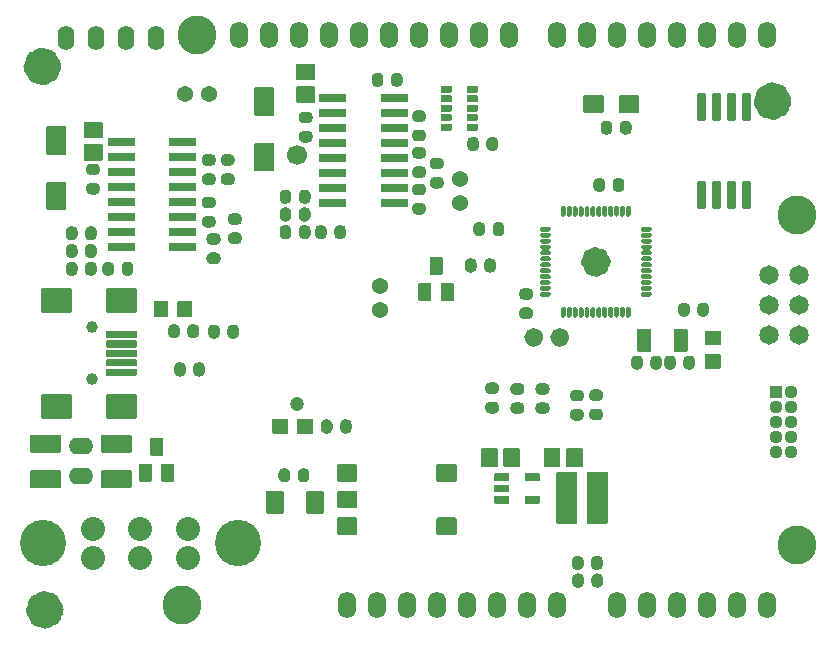
<source format=gbr>
%TF.GenerationSoftware,KiCad,Pcbnew,5.1.6-c6e7f7d~87~ubuntu20.04.1*%
%TF.CreationDate,2020-07-24T19:51:26+01:00*%
%TF.ProjectId,ETAG_GEN3,45544147-5f47-4454-9e33-2e6b69636164,rev?*%
%TF.SameCoordinates,Original*%
%TF.FileFunction,Soldermask,Top*%
%TF.FilePolarity,Negative*%
%FSLAX46Y46*%
G04 Gerber Fmt 4.6, Leading zero omitted, Abs format (unit mm)*
G04 Created by KiCad (PCBNEW 5.1.6-c6e7f7d~87~ubuntu20.04.1) date 2020-07-24 19:51:26*
%MOMM*%
%LPD*%
G01*
G04 APERTURE LIST*
%ADD10C,2.184400*%
%ADD11C,1.270000*%
%ADD12C,3.300000*%
%ADD13C,1.651600*%
%ADD14O,1.524000X2.235200*%
%ADD15C,1.117600*%
%ADD16R,1.117600X1.117600*%
%ADD17C,1.700000*%
%ADD18C,1.200000*%
%ADD19C,1.000000*%
%ADD20C,3.911600*%
%ADD21C,2.032000*%
%ADD22C,1.371600*%
%ADD23O,1.422400X2.082800*%
%ADD24O,2.082800X1.422400*%
G04 APERTURE END LIST*
D10*
%TO.C,FD1*%
X116810100Y-83542600D02*
G75*
G03*
X116810100Y-83542600I-500000J0D01*
G01*
X116810100Y-83542600D02*
G75*
G03*
X116810100Y-83542600I-500000J0D01*
G01*
%TO.C,FD2*%
X117016100Y-129547600D02*
G75*
G03*
X117016100Y-129547600I-500000J0D01*
G01*
X117016100Y-129547600D02*
G75*
G03*
X117016100Y-129547600I-500000J0D01*
G01*
%TO.C,FD3*%
X178633100Y-86482600D02*
G75*
G03*
X178633100Y-86482600I-500000J0D01*
G01*
X178633100Y-86482600D02*
G75*
G03*
X178633100Y-86482600I-500000J0D01*
G01*
D11*
%TO.C,MCU1*%
X163816100Y-100081800D02*
G75*
G03*
X163816100Y-100081800I-635000J0D01*
G01*
%TD*%
D12*
%TO.C,@HOLE0*%
X180251100Y-96113600D03*
%TD*%
%TO.C,@HOLE1*%
X180251100Y-124053600D03*
%TD*%
%TO.C,@HOLE2*%
X129451100Y-80873600D03*
%TD*%
%TO.C,@HOLE3*%
X128181100Y-129133600D03*
%TD*%
D13*
%TO.C,ICSP6*%
X180378100Y-106273600D03*
X177838100Y-106273600D03*
X180378100Y-103733600D03*
X177838100Y-103733600D03*
X180378100Y-101193600D03*
X177838100Y-101193600D03*
%TD*%
D14*
%TO.C,HDR_IOL1*%
X159931100Y-80873600D03*
X162471100Y-80873600D03*
X165011100Y-80873600D03*
X167551100Y-80873600D03*
X170091100Y-80873600D03*
X172631100Y-80873600D03*
X175171100Y-80873600D03*
X177711100Y-80873600D03*
%TD*%
%TO.C,HDR_IOH1*%
X133007100Y-80873600D03*
X135547100Y-80873600D03*
X138087100Y-80873600D03*
X140627100Y-80873600D03*
X143167100Y-80873600D03*
X145707100Y-80873600D03*
X148247100Y-80873600D03*
X150787100Y-80873600D03*
X153327100Y-80873600D03*
X155867100Y-80873600D03*
%TD*%
%TO.C,HDR_AD1*%
X177711100Y-129133600D03*
X175171100Y-129133600D03*
X172631100Y-129133600D03*
X170091100Y-129133600D03*
X167551100Y-129133600D03*
X165011100Y-129133600D03*
%TD*%
%TO.C,FD1*%
G36*
G01*
X116868900Y-83542600D02*
X116868900Y-83542600D01*
G75*
G02*
X116310100Y-84101400I-558800J0D01*
G01*
X116310100Y-84101400D01*
G75*
G02*
X115751300Y-83542600I0J558800D01*
G01*
X115751300Y-83542600D01*
G75*
G02*
X116310100Y-82983800I558800J0D01*
G01*
X116310100Y-82983800D01*
G75*
G02*
X116868900Y-83542600I0J-558800D01*
G01*
G37*
%TD*%
%TO.C,FD2*%
G36*
G01*
X115957300Y-129547600D02*
X115957300Y-129547600D01*
G75*
G02*
X116516100Y-128988800I558800J0D01*
G01*
X116516100Y-128988800D01*
G75*
G02*
X117074900Y-129547600I0J-558800D01*
G01*
X117074900Y-129547600D01*
G75*
G02*
X116516100Y-130106400I-558800J0D01*
G01*
X116516100Y-130106400D01*
G75*
G02*
X115957300Y-129547600I0J558800D01*
G01*
G37*
%TD*%
%TO.C,FD3*%
G36*
G01*
X177574300Y-86482600D02*
X177574300Y-86482600D01*
G75*
G02*
X178133100Y-85923800I558800J0D01*
G01*
X178133100Y-85923800D01*
G75*
G02*
X178691900Y-86482600I0J-558800D01*
G01*
X178691900Y-86482600D01*
G75*
G02*
X178133100Y-87041400I-558800J0D01*
G01*
X178133100Y-87041400D01*
G75*
G02*
X177574300Y-86482600I0J558800D01*
G01*
G37*
%TD*%
%TO.C,RESET1*%
G36*
G01*
X141283300Y-120852780D02*
X141283300Y-119576420D01*
G75*
G02*
X141395920Y-119463800I112620J0D01*
G01*
X142872280Y-119463800D01*
G75*
G02*
X142984900Y-119576420I0J-112620D01*
G01*
X142984900Y-120852780D01*
G75*
G02*
X142872280Y-120965400I-112620J0D01*
G01*
X141395920Y-120965400D01*
G75*
G02*
X141283300Y-120852780I0J112620D01*
G01*
G37*
G36*
G01*
X149683300Y-123102780D02*
X149683300Y-121826420D01*
G75*
G02*
X149795920Y-121713800I112620J0D01*
G01*
X151272280Y-121713800D01*
G75*
G02*
X151384900Y-121826420I0J-112620D01*
G01*
X151384900Y-123102780D01*
G75*
G02*
X151272280Y-123215400I-112620J0D01*
G01*
X149795920Y-123215400D01*
G75*
G02*
X149683300Y-123102780I0J112620D01*
G01*
G37*
G36*
G01*
X141283300Y-123102780D02*
X141283300Y-121826420D01*
G75*
G02*
X141395920Y-121713800I112620J0D01*
G01*
X142872280Y-121713800D01*
G75*
G02*
X142984900Y-121826420I0J-112620D01*
G01*
X142984900Y-123102780D01*
G75*
G02*
X142872280Y-123215400I-112620J0D01*
G01*
X141395920Y-123215400D01*
G75*
G02*
X141283300Y-123102780I0J112620D01*
G01*
G37*
G36*
G01*
X149683300Y-118602780D02*
X149683300Y-117326420D01*
G75*
G02*
X149795920Y-117213800I112620J0D01*
G01*
X151272280Y-117213800D01*
G75*
G02*
X151384900Y-117326420I0J-112620D01*
G01*
X151384900Y-118602780D01*
G75*
G02*
X151272280Y-118715400I-112620J0D01*
G01*
X149795920Y-118715400D01*
G75*
G02*
X149683300Y-118602780I0J112620D01*
G01*
G37*
G36*
G01*
X141283300Y-118602780D02*
X141283300Y-117326420D01*
G75*
G02*
X141395920Y-117213800I112620J0D01*
G01*
X142872280Y-117213800D01*
G75*
G02*
X142984900Y-117326420I0J-112620D01*
G01*
X142984900Y-118602780D01*
G75*
G02*
X142872280Y-118715400I-112620J0D01*
G01*
X141395920Y-118715400D01*
G75*
G02*
X141283300Y-118602780I0J112620D01*
G01*
G37*
%TD*%
%TO.C,HDR_POWER1*%
X159931100Y-129133600D03*
X157391100Y-129133600D03*
X154851100Y-129133600D03*
X152311100Y-129133600D03*
X149771100Y-129133600D03*
X147231100Y-129133600D03*
X144691100Y-129133600D03*
X142151100Y-129133600D03*
%TD*%
%TO.C,D1*%
G36*
G01*
X135243300Y-121329320D02*
X135243300Y-119577880D01*
G75*
G02*
X135318380Y-119502800I75080J0D01*
G01*
X136669820Y-119502800D01*
G75*
G02*
X136744900Y-119577880I0J-75080D01*
G01*
X136744900Y-121329320D01*
G75*
G02*
X136669820Y-121404400I-75080J0D01*
G01*
X135318380Y-121404400D01*
G75*
G02*
X135243300Y-121329320I0J75080D01*
G01*
G37*
G36*
G01*
X138643300Y-121329320D02*
X138643300Y-119577880D01*
G75*
G02*
X138718380Y-119502800I75080J0D01*
G01*
X140069820Y-119502800D01*
G75*
G02*
X140144900Y-119577880I0J-75080D01*
G01*
X140144900Y-121329320D01*
G75*
G02*
X140069820Y-121404400I-75080J0D01*
G01*
X138718380Y-121404400D01*
G75*
G02*
X138643300Y-121329320I0J75080D01*
G01*
G37*
%TD*%
%TO.C,MCU1*%
G36*
G01*
X165888940Y-103881000D02*
X165973260Y-103881000D01*
G75*
G02*
X166141900Y-104049640I0J-168640D01*
G01*
X166141900Y-104663960D01*
G75*
G02*
X165973260Y-104832600I-168640J0D01*
G01*
X165888940Y-104832600D01*
G75*
G02*
X165720300Y-104663960I0J168640D01*
G01*
X165720300Y-104049640D01*
G75*
G02*
X165888940Y-103881000I168640J0D01*
G01*
G37*
G36*
G01*
X165388940Y-103881000D02*
X165473260Y-103881000D01*
G75*
G02*
X165641900Y-104049640I0J-168640D01*
G01*
X165641900Y-104663960D01*
G75*
G02*
X165473260Y-104832600I-168640J0D01*
G01*
X165388940Y-104832600D01*
G75*
G02*
X165220300Y-104663960I0J168640D01*
G01*
X165220300Y-104049640D01*
G75*
G02*
X165388940Y-103881000I168640J0D01*
G01*
G37*
G36*
G01*
X164888940Y-103881000D02*
X164973260Y-103881000D01*
G75*
G02*
X165141900Y-104049640I0J-168640D01*
G01*
X165141900Y-104663960D01*
G75*
G02*
X164973260Y-104832600I-168640J0D01*
G01*
X164888940Y-104832600D01*
G75*
G02*
X164720300Y-104663960I0J168640D01*
G01*
X164720300Y-104049640D01*
G75*
G02*
X164888940Y-103881000I168640J0D01*
G01*
G37*
G36*
G01*
X164388940Y-103881000D02*
X164473260Y-103881000D01*
G75*
G02*
X164641900Y-104049640I0J-168640D01*
G01*
X164641900Y-104663960D01*
G75*
G02*
X164473260Y-104832600I-168640J0D01*
G01*
X164388940Y-104832600D01*
G75*
G02*
X164220300Y-104663960I0J168640D01*
G01*
X164220300Y-104049640D01*
G75*
G02*
X164388940Y-103881000I168640J0D01*
G01*
G37*
G36*
G01*
X163731900Y-100081800D02*
X163731900Y-100081800D01*
G75*
G02*
X163181100Y-100632600I-550800J0D01*
G01*
X163181100Y-100632600D01*
G75*
G02*
X162630300Y-100081800I0J550800D01*
G01*
X162630300Y-100081800D01*
G75*
G02*
X163181100Y-99531000I550800J0D01*
G01*
X163181100Y-99531000D01*
G75*
G02*
X163731900Y-100081800I0J-550800D01*
G01*
G37*
G36*
G01*
X163888940Y-103881000D02*
X163973260Y-103881000D01*
G75*
G02*
X164141900Y-104049640I0J-168640D01*
G01*
X164141900Y-104663960D01*
G75*
G02*
X163973260Y-104832600I-168640J0D01*
G01*
X163888940Y-104832600D01*
G75*
G02*
X163720300Y-104663960I0J168640D01*
G01*
X163720300Y-104049640D01*
G75*
G02*
X163888940Y-103881000I168640J0D01*
G01*
G37*
G36*
G01*
X163388940Y-103881000D02*
X163473260Y-103881000D01*
G75*
G02*
X163641900Y-104049640I0J-168640D01*
G01*
X163641900Y-104663960D01*
G75*
G02*
X163473260Y-104832600I-168640J0D01*
G01*
X163388940Y-104832600D01*
G75*
G02*
X163220300Y-104663960I0J168640D01*
G01*
X163220300Y-104049640D01*
G75*
G02*
X163388940Y-103881000I168640J0D01*
G01*
G37*
G36*
G01*
X162888940Y-103881000D02*
X162973260Y-103881000D01*
G75*
G02*
X163141900Y-104049640I0J-168640D01*
G01*
X163141900Y-104663960D01*
G75*
G02*
X162973260Y-104832600I-168640J0D01*
G01*
X162888940Y-104832600D01*
G75*
G02*
X162720300Y-104663960I0J168640D01*
G01*
X162720300Y-104049640D01*
G75*
G02*
X162888940Y-103881000I168640J0D01*
G01*
G37*
G36*
G01*
X162388940Y-103881000D02*
X162473260Y-103881000D01*
G75*
G02*
X162641900Y-104049640I0J-168640D01*
G01*
X162641900Y-104663960D01*
G75*
G02*
X162473260Y-104832600I-168640J0D01*
G01*
X162388940Y-104832600D01*
G75*
G02*
X162220300Y-104663960I0J168640D01*
G01*
X162220300Y-104049640D01*
G75*
G02*
X162388940Y-103881000I168640J0D01*
G01*
G37*
G36*
G01*
X161888940Y-103881000D02*
X161973260Y-103881000D01*
G75*
G02*
X162141900Y-104049640I0J-168640D01*
G01*
X162141900Y-104663960D01*
G75*
G02*
X161973260Y-104832600I-168640J0D01*
G01*
X161888940Y-104832600D01*
G75*
G02*
X161720300Y-104663960I0J168640D01*
G01*
X161720300Y-104049640D01*
G75*
G02*
X161888940Y-103881000I168640J0D01*
G01*
G37*
G36*
G01*
X161388940Y-103881000D02*
X161473260Y-103881000D01*
G75*
G02*
X161641900Y-104049640I0J-168640D01*
G01*
X161641900Y-104663960D01*
G75*
G02*
X161473260Y-104832600I-168640J0D01*
G01*
X161388940Y-104832600D01*
G75*
G02*
X161220300Y-104663960I0J168640D01*
G01*
X161220300Y-104049640D01*
G75*
G02*
X161388940Y-103881000I168640J0D01*
G01*
G37*
G36*
G01*
X160888940Y-103881000D02*
X160973260Y-103881000D01*
G75*
G02*
X161141900Y-104049640I0J-168640D01*
G01*
X161141900Y-104663960D01*
G75*
G02*
X160973260Y-104832600I-168640J0D01*
G01*
X160888940Y-104832600D01*
G75*
G02*
X160720300Y-104663960I0J168640D01*
G01*
X160720300Y-104049640D01*
G75*
G02*
X160888940Y-103881000I168640J0D01*
G01*
G37*
G36*
G01*
X160388940Y-103881000D02*
X160473260Y-103881000D01*
G75*
G02*
X160641900Y-104049640I0J-168640D01*
G01*
X160641900Y-104663960D01*
G75*
G02*
X160473260Y-104832600I-168640J0D01*
G01*
X160388940Y-104832600D01*
G75*
G02*
X160220300Y-104663960I0J168640D01*
G01*
X160220300Y-104049640D01*
G75*
G02*
X160388940Y-103881000I168640J0D01*
G01*
G37*
G36*
G01*
X159381900Y-102789640D02*
X159381900Y-102873960D01*
G75*
G02*
X159213260Y-103042600I-168640J0D01*
G01*
X158598940Y-103042600D01*
G75*
G02*
X158430300Y-102873960I0J168640D01*
G01*
X158430300Y-102789640D01*
G75*
G02*
X158598940Y-102621000I168640J0D01*
G01*
X159213260Y-102621000D01*
G75*
G02*
X159381900Y-102789640I0J-168640D01*
G01*
G37*
G36*
G01*
X159381900Y-102289640D02*
X159381900Y-102373960D01*
G75*
G02*
X159213260Y-102542600I-168640J0D01*
G01*
X158598940Y-102542600D01*
G75*
G02*
X158430300Y-102373960I0J168640D01*
G01*
X158430300Y-102289640D01*
G75*
G02*
X158598940Y-102121000I168640J0D01*
G01*
X159213260Y-102121000D01*
G75*
G02*
X159381900Y-102289640I0J-168640D01*
G01*
G37*
G36*
G01*
X159381900Y-101789640D02*
X159381900Y-101873960D01*
G75*
G02*
X159213260Y-102042600I-168640J0D01*
G01*
X158598940Y-102042600D01*
G75*
G02*
X158430300Y-101873960I0J168640D01*
G01*
X158430300Y-101789640D01*
G75*
G02*
X158598940Y-101621000I168640J0D01*
G01*
X159213260Y-101621000D01*
G75*
G02*
X159381900Y-101789640I0J-168640D01*
G01*
G37*
G36*
G01*
X159381900Y-101289640D02*
X159381900Y-101373960D01*
G75*
G02*
X159213260Y-101542600I-168640J0D01*
G01*
X158598940Y-101542600D01*
G75*
G02*
X158430300Y-101373960I0J168640D01*
G01*
X158430300Y-101289640D01*
G75*
G02*
X158598940Y-101121000I168640J0D01*
G01*
X159213260Y-101121000D01*
G75*
G02*
X159381900Y-101289640I0J-168640D01*
G01*
G37*
G36*
G01*
X159381900Y-100789640D02*
X159381900Y-100873960D01*
G75*
G02*
X159213260Y-101042600I-168640J0D01*
G01*
X158598940Y-101042600D01*
G75*
G02*
X158430300Y-100873960I0J168640D01*
G01*
X158430300Y-100789640D01*
G75*
G02*
X158598940Y-100621000I168640J0D01*
G01*
X159213260Y-100621000D01*
G75*
G02*
X159381900Y-100789640I0J-168640D01*
G01*
G37*
G36*
G01*
X159381900Y-100289640D02*
X159381900Y-100373960D01*
G75*
G02*
X159213260Y-100542600I-168640J0D01*
G01*
X158598940Y-100542600D01*
G75*
G02*
X158430300Y-100373960I0J168640D01*
G01*
X158430300Y-100289640D01*
G75*
G02*
X158598940Y-100121000I168640J0D01*
G01*
X159213260Y-100121000D01*
G75*
G02*
X159381900Y-100289640I0J-168640D01*
G01*
G37*
G36*
G01*
X159381900Y-99789640D02*
X159381900Y-99873960D01*
G75*
G02*
X159213260Y-100042600I-168640J0D01*
G01*
X158598940Y-100042600D01*
G75*
G02*
X158430300Y-99873960I0J168640D01*
G01*
X158430300Y-99789640D01*
G75*
G02*
X158598940Y-99621000I168640J0D01*
G01*
X159213260Y-99621000D01*
G75*
G02*
X159381900Y-99789640I0J-168640D01*
G01*
G37*
G36*
G01*
X159381900Y-99289640D02*
X159381900Y-99373960D01*
G75*
G02*
X159213260Y-99542600I-168640J0D01*
G01*
X158598940Y-99542600D01*
G75*
G02*
X158430300Y-99373960I0J168640D01*
G01*
X158430300Y-99289640D01*
G75*
G02*
X158598940Y-99121000I168640J0D01*
G01*
X159213260Y-99121000D01*
G75*
G02*
X159381900Y-99289640I0J-168640D01*
G01*
G37*
G36*
G01*
X159381900Y-98789640D02*
X159381900Y-98873960D01*
G75*
G02*
X159213260Y-99042600I-168640J0D01*
G01*
X158598940Y-99042600D01*
G75*
G02*
X158430300Y-98873960I0J168640D01*
G01*
X158430300Y-98789640D01*
G75*
G02*
X158598940Y-98621000I168640J0D01*
G01*
X159213260Y-98621000D01*
G75*
G02*
X159381900Y-98789640I0J-168640D01*
G01*
G37*
G36*
G01*
X159381900Y-98289640D02*
X159381900Y-98373960D01*
G75*
G02*
X159213260Y-98542600I-168640J0D01*
G01*
X158598940Y-98542600D01*
G75*
G02*
X158430300Y-98373960I0J168640D01*
G01*
X158430300Y-98289640D01*
G75*
G02*
X158598940Y-98121000I168640J0D01*
G01*
X159213260Y-98121000D01*
G75*
G02*
X159381900Y-98289640I0J-168640D01*
G01*
G37*
G36*
G01*
X159381900Y-97789640D02*
X159381900Y-97873960D01*
G75*
G02*
X159213260Y-98042600I-168640J0D01*
G01*
X158598940Y-98042600D01*
G75*
G02*
X158430300Y-97873960I0J168640D01*
G01*
X158430300Y-97789640D01*
G75*
G02*
X158598940Y-97621000I168640J0D01*
G01*
X159213260Y-97621000D01*
G75*
G02*
X159381900Y-97789640I0J-168640D01*
G01*
G37*
G36*
G01*
X159381900Y-97289640D02*
X159381900Y-97373960D01*
G75*
G02*
X159213260Y-97542600I-168640J0D01*
G01*
X158598940Y-97542600D01*
G75*
G02*
X158430300Y-97373960I0J168640D01*
G01*
X158430300Y-97289640D01*
G75*
G02*
X158598940Y-97121000I168640J0D01*
G01*
X159213260Y-97121000D01*
G75*
G02*
X159381900Y-97289640I0J-168640D01*
G01*
G37*
G36*
G01*
X160388940Y-95331000D02*
X160473260Y-95331000D01*
G75*
G02*
X160641900Y-95499640I0J-168640D01*
G01*
X160641900Y-96113960D01*
G75*
G02*
X160473260Y-96282600I-168640J0D01*
G01*
X160388940Y-96282600D01*
G75*
G02*
X160220300Y-96113960I0J168640D01*
G01*
X160220300Y-95499640D01*
G75*
G02*
X160388940Y-95331000I168640J0D01*
G01*
G37*
G36*
G01*
X160888940Y-95331000D02*
X160973260Y-95331000D01*
G75*
G02*
X161141900Y-95499640I0J-168640D01*
G01*
X161141900Y-96113960D01*
G75*
G02*
X160973260Y-96282600I-168640J0D01*
G01*
X160888940Y-96282600D01*
G75*
G02*
X160720300Y-96113960I0J168640D01*
G01*
X160720300Y-95499640D01*
G75*
G02*
X160888940Y-95331000I168640J0D01*
G01*
G37*
G36*
G01*
X161388940Y-95331000D02*
X161473260Y-95331000D01*
G75*
G02*
X161641900Y-95499640I0J-168640D01*
G01*
X161641900Y-96113960D01*
G75*
G02*
X161473260Y-96282600I-168640J0D01*
G01*
X161388940Y-96282600D01*
G75*
G02*
X161220300Y-96113960I0J168640D01*
G01*
X161220300Y-95499640D01*
G75*
G02*
X161388940Y-95331000I168640J0D01*
G01*
G37*
G36*
G01*
X161888940Y-95331000D02*
X161973260Y-95331000D01*
G75*
G02*
X162141900Y-95499640I0J-168640D01*
G01*
X162141900Y-96113960D01*
G75*
G02*
X161973260Y-96282600I-168640J0D01*
G01*
X161888940Y-96282600D01*
G75*
G02*
X161720300Y-96113960I0J168640D01*
G01*
X161720300Y-95499640D01*
G75*
G02*
X161888940Y-95331000I168640J0D01*
G01*
G37*
G36*
G01*
X162388940Y-95331000D02*
X162473260Y-95331000D01*
G75*
G02*
X162641900Y-95499640I0J-168640D01*
G01*
X162641900Y-96113960D01*
G75*
G02*
X162473260Y-96282600I-168640J0D01*
G01*
X162388940Y-96282600D01*
G75*
G02*
X162220300Y-96113960I0J168640D01*
G01*
X162220300Y-95499640D01*
G75*
G02*
X162388940Y-95331000I168640J0D01*
G01*
G37*
G36*
G01*
X162888940Y-95331000D02*
X162973260Y-95331000D01*
G75*
G02*
X163141900Y-95499640I0J-168640D01*
G01*
X163141900Y-96113960D01*
G75*
G02*
X162973260Y-96282600I-168640J0D01*
G01*
X162888940Y-96282600D01*
G75*
G02*
X162720300Y-96113960I0J168640D01*
G01*
X162720300Y-95499640D01*
G75*
G02*
X162888940Y-95331000I168640J0D01*
G01*
G37*
G36*
G01*
X163388940Y-95331000D02*
X163473260Y-95331000D01*
G75*
G02*
X163641900Y-95499640I0J-168640D01*
G01*
X163641900Y-96113960D01*
G75*
G02*
X163473260Y-96282600I-168640J0D01*
G01*
X163388940Y-96282600D01*
G75*
G02*
X163220300Y-96113960I0J168640D01*
G01*
X163220300Y-95499640D01*
G75*
G02*
X163388940Y-95331000I168640J0D01*
G01*
G37*
G36*
G01*
X163888940Y-95331000D02*
X163973260Y-95331000D01*
G75*
G02*
X164141900Y-95499640I0J-168640D01*
G01*
X164141900Y-96113960D01*
G75*
G02*
X163973260Y-96282600I-168640J0D01*
G01*
X163888940Y-96282600D01*
G75*
G02*
X163720300Y-96113960I0J168640D01*
G01*
X163720300Y-95499640D01*
G75*
G02*
X163888940Y-95331000I168640J0D01*
G01*
G37*
G36*
G01*
X164388940Y-95331000D02*
X164473260Y-95331000D01*
G75*
G02*
X164641900Y-95499640I0J-168640D01*
G01*
X164641900Y-96113960D01*
G75*
G02*
X164473260Y-96282600I-168640J0D01*
G01*
X164388940Y-96282600D01*
G75*
G02*
X164220300Y-96113960I0J168640D01*
G01*
X164220300Y-95499640D01*
G75*
G02*
X164388940Y-95331000I168640J0D01*
G01*
G37*
G36*
G01*
X164888940Y-95331000D02*
X164973260Y-95331000D01*
G75*
G02*
X165141900Y-95499640I0J-168640D01*
G01*
X165141900Y-96113960D01*
G75*
G02*
X164973260Y-96282600I-168640J0D01*
G01*
X164888940Y-96282600D01*
G75*
G02*
X164720300Y-96113960I0J168640D01*
G01*
X164720300Y-95499640D01*
G75*
G02*
X164888940Y-95331000I168640J0D01*
G01*
G37*
G36*
G01*
X165388940Y-95331000D02*
X165473260Y-95331000D01*
G75*
G02*
X165641900Y-95499640I0J-168640D01*
G01*
X165641900Y-96113960D01*
G75*
G02*
X165473260Y-96282600I-168640J0D01*
G01*
X165388940Y-96282600D01*
G75*
G02*
X165220300Y-96113960I0J168640D01*
G01*
X165220300Y-95499640D01*
G75*
G02*
X165388940Y-95331000I168640J0D01*
G01*
G37*
G36*
G01*
X165888940Y-95331000D02*
X165973260Y-95331000D01*
G75*
G02*
X166141900Y-95499640I0J-168640D01*
G01*
X166141900Y-96113960D01*
G75*
G02*
X165973260Y-96282600I-168640J0D01*
G01*
X165888940Y-96282600D01*
G75*
G02*
X165720300Y-96113960I0J168640D01*
G01*
X165720300Y-95499640D01*
G75*
G02*
X165888940Y-95331000I168640J0D01*
G01*
G37*
G36*
G01*
X167931900Y-97289640D02*
X167931900Y-97373960D01*
G75*
G02*
X167763260Y-97542600I-168640J0D01*
G01*
X167148940Y-97542600D01*
G75*
G02*
X166980300Y-97373960I0J168640D01*
G01*
X166980300Y-97289640D01*
G75*
G02*
X167148940Y-97121000I168640J0D01*
G01*
X167763260Y-97121000D01*
G75*
G02*
X167931900Y-97289640I0J-168640D01*
G01*
G37*
G36*
G01*
X167931900Y-97789640D02*
X167931900Y-97873960D01*
G75*
G02*
X167763260Y-98042600I-168640J0D01*
G01*
X167148940Y-98042600D01*
G75*
G02*
X166980300Y-97873960I0J168640D01*
G01*
X166980300Y-97789640D01*
G75*
G02*
X167148940Y-97621000I168640J0D01*
G01*
X167763260Y-97621000D01*
G75*
G02*
X167931900Y-97789640I0J-168640D01*
G01*
G37*
G36*
G01*
X167931900Y-98289640D02*
X167931900Y-98373960D01*
G75*
G02*
X167763260Y-98542600I-168640J0D01*
G01*
X167148940Y-98542600D01*
G75*
G02*
X166980300Y-98373960I0J168640D01*
G01*
X166980300Y-98289640D01*
G75*
G02*
X167148940Y-98121000I168640J0D01*
G01*
X167763260Y-98121000D01*
G75*
G02*
X167931900Y-98289640I0J-168640D01*
G01*
G37*
G36*
G01*
X167931900Y-98789640D02*
X167931900Y-98873960D01*
G75*
G02*
X167763260Y-99042600I-168640J0D01*
G01*
X167148940Y-99042600D01*
G75*
G02*
X166980300Y-98873960I0J168640D01*
G01*
X166980300Y-98789640D01*
G75*
G02*
X167148940Y-98621000I168640J0D01*
G01*
X167763260Y-98621000D01*
G75*
G02*
X167931900Y-98789640I0J-168640D01*
G01*
G37*
G36*
G01*
X167931900Y-99289640D02*
X167931900Y-99373960D01*
G75*
G02*
X167763260Y-99542600I-168640J0D01*
G01*
X167148940Y-99542600D01*
G75*
G02*
X166980300Y-99373960I0J168640D01*
G01*
X166980300Y-99289640D01*
G75*
G02*
X167148940Y-99121000I168640J0D01*
G01*
X167763260Y-99121000D01*
G75*
G02*
X167931900Y-99289640I0J-168640D01*
G01*
G37*
G36*
G01*
X167931900Y-99789640D02*
X167931900Y-99873960D01*
G75*
G02*
X167763260Y-100042600I-168640J0D01*
G01*
X167148940Y-100042600D01*
G75*
G02*
X166980300Y-99873960I0J168640D01*
G01*
X166980300Y-99789640D01*
G75*
G02*
X167148940Y-99621000I168640J0D01*
G01*
X167763260Y-99621000D01*
G75*
G02*
X167931900Y-99789640I0J-168640D01*
G01*
G37*
G36*
G01*
X167931900Y-100289640D02*
X167931900Y-100373960D01*
G75*
G02*
X167763260Y-100542600I-168640J0D01*
G01*
X167148940Y-100542600D01*
G75*
G02*
X166980300Y-100373960I0J168640D01*
G01*
X166980300Y-100289640D01*
G75*
G02*
X167148940Y-100121000I168640J0D01*
G01*
X167763260Y-100121000D01*
G75*
G02*
X167931900Y-100289640I0J-168640D01*
G01*
G37*
G36*
G01*
X167931900Y-100789640D02*
X167931900Y-100873960D01*
G75*
G02*
X167763260Y-101042600I-168640J0D01*
G01*
X167148940Y-101042600D01*
G75*
G02*
X166980300Y-100873960I0J168640D01*
G01*
X166980300Y-100789640D01*
G75*
G02*
X167148940Y-100621000I168640J0D01*
G01*
X167763260Y-100621000D01*
G75*
G02*
X167931900Y-100789640I0J-168640D01*
G01*
G37*
G36*
G01*
X167931900Y-101289640D02*
X167931900Y-101373960D01*
G75*
G02*
X167763260Y-101542600I-168640J0D01*
G01*
X167148940Y-101542600D01*
G75*
G02*
X166980300Y-101373960I0J168640D01*
G01*
X166980300Y-101289640D01*
G75*
G02*
X167148940Y-101121000I168640J0D01*
G01*
X167763260Y-101121000D01*
G75*
G02*
X167931900Y-101289640I0J-168640D01*
G01*
G37*
G36*
G01*
X167931900Y-101789640D02*
X167931900Y-101873960D01*
G75*
G02*
X167763260Y-102042600I-168640J0D01*
G01*
X167148940Y-102042600D01*
G75*
G02*
X166980300Y-101873960I0J168640D01*
G01*
X166980300Y-101789640D01*
G75*
G02*
X167148940Y-101621000I168640J0D01*
G01*
X167763260Y-101621000D01*
G75*
G02*
X167931900Y-101789640I0J-168640D01*
G01*
G37*
G36*
G01*
X167931900Y-102289640D02*
X167931900Y-102373960D01*
G75*
G02*
X167763260Y-102542600I-168640J0D01*
G01*
X167148940Y-102542600D01*
G75*
G02*
X166980300Y-102373960I0J168640D01*
G01*
X166980300Y-102289640D01*
G75*
G02*
X167148940Y-102121000I168640J0D01*
G01*
X167763260Y-102121000D01*
G75*
G02*
X167931900Y-102289640I0J-168640D01*
G01*
G37*
G36*
G01*
X167931900Y-102789640D02*
X167931900Y-102873960D01*
G75*
G02*
X167763260Y-103042600I-168640J0D01*
G01*
X167148940Y-103042600D01*
G75*
G02*
X166980300Y-102873960I0J168640D01*
G01*
X166980300Y-102789640D01*
G75*
G02*
X167148940Y-102621000I168640J0D01*
G01*
X167763260Y-102621000D01*
G75*
G02*
X167931900Y-102789640I0J-168640D01*
G01*
G37*
%TD*%
%TO.C,C11*%
G36*
G01*
X160978900Y-113130000D02*
X160978900Y-112930000D01*
G75*
G02*
X161378900Y-112530000I400000J0D01*
G01*
X161780500Y-112530000D01*
G75*
G02*
X162180500Y-112930000I0J-400000D01*
G01*
X162180500Y-113130000D01*
G75*
G02*
X161780500Y-113530000I-400000J0D01*
G01*
X161378900Y-113530000D01*
G75*
G02*
X160978900Y-113130000I0J400000D01*
G01*
G37*
G36*
G01*
X160978900Y-111504400D02*
X160978900Y-111304400D01*
G75*
G02*
X161378900Y-110904400I400000J0D01*
G01*
X161780500Y-110904400D01*
G75*
G02*
X162180500Y-111304400I0J-400000D01*
G01*
X162180500Y-111504400D01*
G75*
G02*
X161780500Y-111904400I-400000J0D01*
G01*
X161378900Y-111904400D01*
G75*
G02*
X160978900Y-111504400I0J400000D01*
G01*
G37*
%TD*%
%TO.C,C5*%
G36*
G01*
X157880200Y-102710200D02*
X157880200Y-102910200D01*
G75*
G02*
X157480200Y-103310200I-400000J0D01*
G01*
X157078600Y-103310200D01*
G75*
G02*
X156678600Y-102910200I0J400000D01*
G01*
X156678600Y-102710200D01*
G75*
G02*
X157078600Y-102310200I400000J0D01*
G01*
X157480200Y-102310200D01*
G75*
G02*
X157880200Y-102710200I0J-400000D01*
G01*
G37*
G36*
G01*
X157880200Y-104335800D02*
X157880200Y-104535800D01*
G75*
G02*
X157480200Y-104935800I-400000J0D01*
G01*
X157078600Y-104935800D01*
G75*
G02*
X156678600Y-104535800I0J400000D01*
G01*
X156678600Y-104335800D01*
G75*
G02*
X157078600Y-103935800I400000J0D01*
G01*
X157480200Y-103935800D01*
G75*
G02*
X157880200Y-104335800I0J-400000D01*
G01*
G37*
%TD*%
%TO.C,C6*%
G36*
G01*
X170542500Y-103535000D02*
X170742500Y-103535000D01*
G75*
G02*
X171142500Y-103935000I0J-400000D01*
G01*
X171142500Y-104336600D01*
G75*
G02*
X170742500Y-104736600I-400000J0D01*
G01*
X170542500Y-104736600D01*
G75*
G02*
X170142500Y-104336600I0J400000D01*
G01*
X170142500Y-103935000D01*
G75*
G02*
X170542500Y-103535000I400000J0D01*
G01*
G37*
G36*
G01*
X172168100Y-103535000D02*
X172368100Y-103535000D01*
G75*
G02*
X172768100Y-103935000I0J-400000D01*
G01*
X172768100Y-104336600D01*
G75*
G02*
X172368100Y-104736600I-400000J0D01*
G01*
X172168100Y-104736600D01*
G75*
G02*
X171768100Y-104336600I0J400000D01*
G01*
X171768100Y-103935000D01*
G75*
G02*
X172168100Y-103535000I400000J0D01*
G01*
G37*
%TD*%
%TO.C,Y4*%
G36*
G01*
X170911820Y-107687400D02*
X169830380Y-107687400D01*
G75*
G02*
X169770300Y-107627320I0J60080D01*
G01*
X169770300Y-105845880D01*
G75*
G02*
X169830380Y-105785800I60080J0D01*
G01*
X170911820Y-105785800D01*
G75*
G02*
X170971900Y-105845880I0J-60080D01*
G01*
X170971900Y-107627320D01*
G75*
G02*
X170911820Y-107687400I-60080J0D01*
G01*
G37*
G36*
G01*
X167811820Y-107687400D02*
X166730380Y-107687400D01*
G75*
G02*
X166670300Y-107627320I0J60080D01*
G01*
X166670300Y-105845880D01*
G75*
G02*
X166730380Y-105785800I60080J0D01*
G01*
X167811820Y-105785800D01*
G75*
G02*
X167871900Y-105845880I0J-60080D01*
G01*
X167871900Y-107627320D01*
G75*
G02*
X167811820Y-107687400I-60080J0D01*
G01*
G37*
%TD*%
%TO.C,C9*%
G36*
G01*
X166559300Y-108013800D02*
X166759300Y-108013800D01*
G75*
G02*
X167159300Y-108413800I0J-400000D01*
G01*
X167159300Y-108815400D01*
G75*
G02*
X166759300Y-109215400I-400000J0D01*
G01*
X166559300Y-109215400D01*
G75*
G02*
X166159300Y-108815400I0J400000D01*
G01*
X166159300Y-108413800D01*
G75*
G02*
X166559300Y-108013800I400000J0D01*
G01*
G37*
G36*
G01*
X168184900Y-108013800D02*
X168384900Y-108013800D01*
G75*
G02*
X168784900Y-108413800I0J-400000D01*
G01*
X168784900Y-108815400D01*
G75*
G02*
X168384900Y-109215400I-400000J0D01*
G01*
X168184900Y-109215400D01*
G75*
G02*
X167784900Y-108815400I0J400000D01*
G01*
X167784900Y-108413800D01*
G75*
G02*
X168184900Y-108013800I400000J0D01*
G01*
G37*
%TD*%
%TO.C,C10*%
G36*
G01*
X171182900Y-109215400D02*
X170982900Y-109215400D01*
G75*
G02*
X170582900Y-108815400I0J400000D01*
G01*
X170582900Y-108413800D01*
G75*
G02*
X170982900Y-108013800I400000J0D01*
G01*
X171182900Y-108013800D01*
G75*
G02*
X171582900Y-108413800I0J-400000D01*
G01*
X171582900Y-108815400D01*
G75*
G02*
X171182900Y-109215400I-400000J0D01*
G01*
G37*
G36*
G01*
X169557300Y-109215400D02*
X169357300Y-109215400D01*
G75*
G02*
X168957300Y-108815400I0J400000D01*
G01*
X168957300Y-108413800D01*
G75*
G02*
X169357300Y-108013800I400000J0D01*
G01*
X169557300Y-108013800D01*
G75*
G02*
X169957300Y-108413800I0J-400000D01*
G01*
X169957300Y-108815400D01*
G75*
G02*
X169557300Y-109215400I-400000J0D01*
G01*
G37*
%TD*%
%TO.C,LED1*%
G36*
G01*
X137962380Y-113372800D02*
X139133820Y-113372800D01*
G75*
G02*
X139198900Y-113437880I0J-65080D01*
G01*
X139198900Y-114609320D01*
G75*
G02*
X139133820Y-114674400I-65080J0D01*
G01*
X137962380Y-114674400D01*
G75*
G02*
X137897300Y-114609320I0J65080D01*
G01*
X137897300Y-113437880D01*
G75*
G02*
X137962380Y-113372800I65080J0D01*
G01*
G37*
G36*
G01*
X135862380Y-113372800D02*
X137033820Y-113372800D01*
G75*
G02*
X137098900Y-113437880I0J-65080D01*
G01*
X137098900Y-114609320D01*
G75*
G02*
X137033820Y-114674400I-65080J0D01*
G01*
X135862380Y-114674400D01*
G75*
G02*
X135797300Y-114609320I0J65080D01*
G01*
X135797300Y-113437880D01*
G75*
G02*
X135862380Y-113372800I65080J0D01*
G01*
G37*
%TD*%
%TO.C,RP_SCL1*%
G36*
G01*
X153209300Y-96719800D02*
X153409300Y-96719800D01*
G75*
G02*
X153809300Y-97119800I0J-400000D01*
G01*
X153809300Y-97521400D01*
G75*
G02*
X153409300Y-97921400I-400000J0D01*
G01*
X153209300Y-97921400D01*
G75*
G02*
X152809300Y-97521400I0J400000D01*
G01*
X152809300Y-97119800D01*
G75*
G02*
X153209300Y-96719800I400000J0D01*
G01*
G37*
G36*
G01*
X154834900Y-96719800D02*
X155034900Y-96719800D01*
G75*
G02*
X155434900Y-97119800I0J-400000D01*
G01*
X155434900Y-97521400D01*
G75*
G02*
X155034900Y-97921400I-400000J0D01*
G01*
X154834900Y-97921400D01*
G75*
G02*
X154434900Y-97521400I0J400000D01*
G01*
X154434900Y-97119800D01*
G75*
G02*
X154834900Y-96719800I400000J0D01*
G01*
G37*
%TD*%
%TO.C,RP_SDA1*%
G36*
G01*
X152484300Y-99791800D02*
X152684300Y-99791800D01*
G75*
G02*
X153084300Y-100191800I0J-400000D01*
G01*
X153084300Y-100593400D01*
G75*
G02*
X152684300Y-100993400I-400000J0D01*
G01*
X152484300Y-100993400D01*
G75*
G02*
X152084300Y-100593400I0J400000D01*
G01*
X152084300Y-100191800D01*
G75*
G02*
X152484300Y-99791800I400000J0D01*
G01*
G37*
G36*
G01*
X154109900Y-99791800D02*
X154309900Y-99791800D01*
G75*
G02*
X154709900Y-100191800I0J-400000D01*
G01*
X154709900Y-100593400D01*
G75*
G02*
X154309900Y-100993400I-400000J0D01*
G01*
X154109900Y-100993400D01*
G75*
G02*
X153709900Y-100593400I0J400000D01*
G01*
X153709900Y-100191800D01*
G75*
G02*
X154109900Y-99791800I400000J0D01*
G01*
G37*
%TD*%
%TO.C,C7*%
G36*
G01*
X129189100Y-106563000D02*
X128989100Y-106563000D01*
G75*
G02*
X128589100Y-106163000I0J400000D01*
G01*
X128589100Y-105761400D01*
G75*
G02*
X128989100Y-105361400I400000J0D01*
G01*
X129189100Y-105361400D01*
G75*
G02*
X129589100Y-105761400I0J-400000D01*
G01*
X129589100Y-106163000D01*
G75*
G02*
X129189100Y-106563000I-400000J0D01*
G01*
G37*
G36*
G01*
X127563500Y-106563000D02*
X127363500Y-106563000D01*
G75*
G02*
X126963500Y-106163000I0J400000D01*
G01*
X126963500Y-105761400D01*
G75*
G02*
X127363500Y-105361400I400000J0D01*
G01*
X127563500Y-105361400D01*
G75*
G02*
X127963500Y-105761400I0J-400000D01*
G01*
X127963500Y-106163000D01*
G75*
G02*
X127563500Y-106563000I-400000J0D01*
G01*
G37*
%TD*%
%TO.C,C1*%
G36*
G01*
X162602700Y-113103600D02*
X162602700Y-112903600D01*
G75*
G02*
X163002700Y-112503600I400000J0D01*
G01*
X163404300Y-112503600D01*
G75*
G02*
X163804300Y-112903600I0J-400000D01*
G01*
X163804300Y-113103600D01*
G75*
G02*
X163404300Y-113503600I-400000J0D01*
G01*
X163002700Y-113503600D01*
G75*
G02*
X162602700Y-113103600I0J400000D01*
G01*
G37*
G36*
G01*
X162602700Y-111478000D02*
X162602700Y-111278000D01*
G75*
G02*
X163002700Y-110878000I400000J0D01*
G01*
X163404300Y-110878000D01*
G75*
G02*
X163804300Y-111278000I0J-400000D01*
G01*
X163804300Y-111478000D01*
G75*
G02*
X163404300Y-111878000I-400000J0D01*
G01*
X163002700Y-111878000D01*
G75*
G02*
X162602700Y-111478000I0J400000D01*
G01*
G37*
%TD*%
%TO.C,R4*%
G36*
G01*
X136710300Y-117563800D02*
X136910300Y-117563800D01*
G75*
G02*
X137310300Y-117963800I0J-400000D01*
G01*
X137310300Y-118365400D01*
G75*
G02*
X136910300Y-118765400I-400000J0D01*
G01*
X136710300Y-118765400D01*
G75*
G02*
X136310300Y-118365400I0J400000D01*
G01*
X136310300Y-117963800D01*
G75*
G02*
X136710300Y-117563800I400000J0D01*
G01*
G37*
G36*
G01*
X138335900Y-117563800D02*
X138535900Y-117563800D01*
G75*
G02*
X138935900Y-117963800I0J-400000D01*
G01*
X138935900Y-118365400D01*
G75*
G02*
X138535900Y-118765400I-400000J0D01*
G01*
X138335900Y-118765400D01*
G75*
G02*
X137935900Y-118365400I0J400000D01*
G01*
X137935900Y-117963800D01*
G75*
G02*
X138335900Y-117563800I400000J0D01*
G01*
G37*
%TD*%
%TO.C,C2*%
G36*
G01*
X165197900Y-94178400D02*
X164997900Y-94178400D01*
G75*
G02*
X164597900Y-93778400I0J400000D01*
G01*
X164597900Y-93376800D01*
G75*
G02*
X164997900Y-92976800I400000J0D01*
G01*
X165197900Y-92976800D01*
G75*
G02*
X165597900Y-93376800I0J-400000D01*
G01*
X165597900Y-93778400D01*
G75*
G02*
X165197900Y-94178400I-400000J0D01*
G01*
G37*
G36*
G01*
X163572300Y-94178400D02*
X163372300Y-94178400D01*
G75*
G02*
X162972300Y-93778400I0J400000D01*
G01*
X162972300Y-93376800D01*
G75*
G02*
X163372300Y-92976800I400000J0D01*
G01*
X163572300Y-92976800D01*
G75*
G02*
X163972300Y-93376800I0J-400000D01*
G01*
X163972300Y-93778400D01*
G75*
G02*
X163572300Y-94178400I-400000J0D01*
G01*
G37*
%TD*%
%TO.C,C3*%
G36*
G01*
X165804900Y-89319400D02*
X165604900Y-89319400D01*
G75*
G02*
X165204900Y-88919400I0J400000D01*
G01*
X165204900Y-88517800D01*
G75*
G02*
X165604900Y-88117800I400000J0D01*
G01*
X165804900Y-88117800D01*
G75*
G02*
X166204900Y-88517800I0J-400000D01*
G01*
X166204900Y-88919400D01*
G75*
G02*
X165804900Y-89319400I-400000J0D01*
G01*
G37*
G36*
G01*
X164179300Y-89319400D02*
X163979300Y-89319400D01*
G75*
G02*
X163579300Y-88919400I0J400000D01*
G01*
X163579300Y-88517800D01*
G75*
G02*
X163979300Y-88117800I400000J0D01*
G01*
X164179300Y-88117800D01*
G75*
G02*
X164579300Y-88517800I0J-400000D01*
G01*
X164579300Y-88919400D01*
G75*
G02*
X164179300Y-89319400I-400000J0D01*
G01*
G37*
%TD*%
%TO.C,CREF1*%
G36*
G01*
X166834900Y-86059880D02*
X166834900Y-87411320D01*
G75*
G02*
X166759820Y-87486400I-75080J0D01*
G01*
X165208380Y-87486400D01*
G75*
G02*
X165133300Y-87411320I0J75080D01*
G01*
X165133300Y-86059880D01*
G75*
G02*
X165208380Y-85984800I75080J0D01*
G01*
X166759820Y-85984800D01*
G75*
G02*
X166834900Y-86059880I0J-75080D01*
G01*
G37*
G36*
G01*
X162133300Y-87411320D02*
X162133300Y-86059880D01*
G75*
G02*
X162208380Y-85984800I75080J0D01*
G01*
X163759820Y-85984800D01*
G75*
G02*
X163834900Y-86059880I0J-75080D01*
G01*
X163834900Y-87411320D01*
G75*
G02*
X163759820Y-87486400I-75080J0D01*
G01*
X162208380Y-87486400D01*
G75*
G02*
X162133300Y-87411320I0J75080D01*
G01*
G37*
%TD*%
%TO.C,R2*%
G36*
G01*
X155936300Y-112575400D02*
X155936300Y-112375400D01*
G75*
G02*
X156336300Y-111975400I400000J0D01*
G01*
X156737900Y-111975400D01*
G75*
G02*
X157137900Y-112375400I0J-400000D01*
G01*
X157137900Y-112575400D01*
G75*
G02*
X156737900Y-112975400I-400000J0D01*
G01*
X156336300Y-112975400D01*
G75*
G02*
X155936300Y-112575400I0J400000D01*
G01*
G37*
G36*
G01*
X155936300Y-110949800D02*
X155936300Y-110749800D01*
G75*
G02*
X156336300Y-110349800I400000J0D01*
G01*
X156737900Y-110349800D01*
G75*
G02*
X157137900Y-110749800I0J-400000D01*
G01*
X157137900Y-110949800D01*
G75*
G02*
X156737900Y-111349800I-400000J0D01*
G01*
X156336300Y-111349800D01*
G75*
G02*
X155936300Y-110949800I0J400000D01*
G01*
G37*
%TD*%
%TO.C,C8*%
G36*
G01*
X158060300Y-112575400D02*
X158060300Y-112375400D01*
G75*
G02*
X158460300Y-111975400I400000J0D01*
G01*
X158861900Y-111975400D01*
G75*
G02*
X159261900Y-112375400I0J-400000D01*
G01*
X159261900Y-112575400D01*
G75*
G02*
X158861900Y-112975400I-400000J0D01*
G01*
X158460300Y-112975400D01*
G75*
G02*
X158060300Y-112575400I0J400000D01*
G01*
G37*
G36*
G01*
X158060300Y-110949800D02*
X158060300Y-110749800D01*
G75*
G02*
X158460300Y-110349800I400000J0D01*
G01*
X158861900Y-110349800D01*
G75*
G02*
X159261900Y-110749800I0J-400000D01*
G01*
X159261900Y-110949800D01*
G75*
G02*
X158861900Y-111349800I-400000J0D01*
G01*
X158460300Y-111349800D01*
G75*
G02*
X158060300Y-110949800I0J400000D01*
G01*
G37*
%TD*%
D15*
%TO.C,ICSP10*%
X179743100Y-116213600D03*
X178473100Y-116213600D03*
X179743100Y-114943600D03*
X178473100Y-114943600D03*
X179743100Y-113673600D03*
X178473100Y-113673600D03*
X179743100Y-112403600D03*
X178473100Y-112403600D03*
X179743100Y-111133600D03*
D16*
X178473100Y-111133600D03*
%TD*%
D17*
%TO.C,SD1*%
X137919100Y-91027600D03*
D18*
X137919100Y-112127600D03*
%TD*%
%TO.C,R1*%
G36*
G01*
X142109900Y-114629400D02*
X141909900Y-114629400D01*
G75*
G02*
X141509900Y-114229400I0J400000D01*
G01*
X141509900Y-113827800D01*
G75*
G02*
X141909900Y-113427800I400000J0D01*
G01*
X142109900Y-113427800D01*
G75*
G02*
X142509900Y-113827800I0J-400000D01*
G01*
X142509900Y-114229400D01*
G75*
G02*
X142109900Y-114629400I-400000J0D01*
G01*
G37*
G36*
G01*
X140484300Y-114629400D02*
X140284300Y-114629400D01*
G75*
G02*
X139884300Y-114229400I0J400000D01*
G01*
X139884300Y-113827800D01*
G75*
G02*
X140284300Y-113427800I400000J0D01*
G01*
X140484300Y-113427800D01*
G75*
G02*
X140884300Y-113827800I0J-400000D01*
G01*
X140884300Y-114229400D01*
G75*
G02*
X140484300Y-114629400I-400000J0D01*
G01*
G37*
%TD*%
%TO.C,RP_INT1*%
G36*
G01*
X152686300Y-89510800D02*
X152886300Y-89510800D01*
G75*
G02*
X153286300Y-89910800I0J-400000D01*
G01*
X153286300Y-90312400D01*
G75*
G02*
X152886300Y-90712400I-400000J0D01*
G01*
X152686300Y-90712400D01*
G75*
G02*
X152286300Y-90312400I0J400000D01*
G01*
X152286300Y-89910800D01*
G75*
G02*
X152686300Y-89510800I400000J0D01*
G01*
G37*
G36*
G01*
X154311900Y-89510800D02*
X154511900Y-89510800D01*
G75*
G02*
X154911900Y-89910800I0J-400000D01*
G01*
X154911900Y-90312400D01*
G75*
G02*
X154511900Y-90712400I-400000J0D01*
G01*
X154311900Y-90712400D01*
G75*
G02*
X153911900Y-90312400I0J400000D01*
G01*
X153911900Y-89910800D01*
G75*
G02*
X154311900Y-89510800I400000J0D01*
G01*
G37*
%TD*%
D19*
%TO.C,USB1*%
X120515100Y-110035600D03*
X120515100Y-105635600D03*
G36*
G01*
X121714300Y-106475278D02*
X121714300Y-105995922D01*
G75*
G02*
X121775422Y-105934800I61122J0D01*
G01*
X124254778Y-105934800D01*
G75*
G02*
X124315900Y-105995922I0J-61122D01*
G01*
X124315900Y-106475278D01*
G75*
G02*
X124254778Y-106536400I-61122J0D01*
G01*
X121775422Y-106536400D01*
G75*
G02*
X121714300Y-106475278I0J61122D01*
G01*
G37*
G36*
G01*
X121714300Y-113281320D02*
X121714300Y-111389880D01*
G75*
G02*
X121819380Y-111284800I105080J0D01*
G01*
X124210820Y-111284800D01*
G75*
G02*
X124315900Y-111389880I0J-105080D01*
G01*
X124315900Y-113281320D01*
G75*
G02*
X124210820Y-113386400I-105080J0D01*
G01*
X121819380Y-113386400D01*
G75*
G02*
X121714300Y-113281320I0J105080D01*
G01*
G37*
G36*
G01*
X116214300Y-113281320D02*
X116214300Y-111389880D01*
G75*
G02*
X116319380Y-111284800I105080J0D01*
G01*
X118710820Y-111284800D01*
G75*
G02*
X118815900Y-111389880I0J-105080D01*
G01*
X118815900Y-113281320D01*
G75*
G02*
X118710820Y-113386400I-105080J0D01*
G01*
X116319380Y-113386400D01*
G75*
G02*
X116214300Y-113281320I0J105080D01*
G01*
G37*
G36*
G01*
X121714300Y-104281320D02*
X121714300Y-102389880D01*
G75*
G02*
X121819380Y-102284800I105080J0D01*
G01*
X124210820Y-102284800D01*
G75*
G02*
X124315900Y-102389880I0J-105080D01*
G01*
X124315900Y-104281320D01*
G75*
G02*
X124210820Y-104386400I-105080J0D01*
G01*
X121819380Y-104386400D01*
G75*
G02*
X121714300Y-104281320I0J105080D01*
G01*
G37*
G36*
G01*
X116214300Y-104281320D02*
X116214300Y-102389880D01*
G75*
G02*
X116319380Y-102284800I105080J0D01*
G01*
X118710820Y-102284800D01*
G75*
G02*
X118815900Y-102389880I0J-105080D01*
G01*
X118815900Y-104281320D01*
G75*
G02*
X118710820Y-104386400I-105080J0D01*
G01*
X116319380Y-104386400D01*
G75*
G02*
X116214300Y-104281320I0J105080D01*
G01*
G37*
G36*
G01*
X121714300Y-108875278D02*
X121714300Y-108395922D01*
G75*
G02*
X121775422Y-108334800I61122J0D01*
G01*
X124254778Y-108334800D01*
G75*
G02*
X124315900Y-108395922I0J-61122D01*
G01*
X124315900Y-108875278D01*
G75*
G02*
X124254778Y-108936400I-61122J0D01*
G01*
X121775422Y-108936400D01*
G75*
G02*
X121714300Y-108875278I0J61122D01*
G01*
G37*
G36*
G01*
X121714300Y-109675278D02*
X121714300Y-109195922D01*
G75*
G02*
X121775422Y-109134800I61122J0D01*
G01*
X124254778Y-109134800D01*
G75*
G02*
X124315900Y-109195922I0J-61122D01*
G01*
X124315900Y-109675278D01*
G75*
G02*
X124254778Y-109736400I-61122J0D01*
G01*
X121775422Y-109736400D01*
G75*
G02*
X121714300Y-109675278I0J61122D01*
G01*
G37*
G36*
G01*
X121714300Y-107275278D02*
X121714300Y-106795922D01*
G75*
G02*
X121775422Y-106734800I61122J0D01*
G01*
X124254778Y-106734800D01*
G75*
G02*
X124315900Y-106795922I0J-61122D01*
G01*
X124315900Y-107275278D01*
G75*
G02*
X124254778Y-107336400I-61122J0D01*
G01*
X121775422Y-107336400D01*
G75*
G02*
X121714300Y-107275278I0J61122D01*
G01*
G37*
G36*
G01*
X121714300Y-108075278D02*
X121714300Y-107595922D01*
G75*
G02*
X121775422Y-107534800I61122J0D01*
G01*
X124254778Y-107534800D01*
G75*
G02*
X124315900Y-107595922I0J-61122D01*
G01*
X124315900Y-108075278D01*
G75*
G02*
X124254778Y-108136400I-61122J0D01*
G01*
X121775422Y-108136400D01*
G75*
G02*
X121714300Y-108075278I0J61122D01*
G01*
G37*
%TD*%
%TO.C,CON_P1*%
G36*
G01*
X117883900Y-114811880D02*
X117883900Y-116163320D01*
G75*
G02*
X117808820Y-116238400I-75080J0D01*
G01*
X115357380Y-116238400D01*
G75*
G02*
X115282300Y-116163320I0J75080D01*
G01*
X115282300Y-114811880D01*
G75*
G02*
X115357380Y-114736800I75080J0D01*
G01*
X117808820Y-114736800D01*
G75*
G02*
X117883900Y-114811880I0J-75080D01*
G01*
G37*
G36*
G01*
X123883900Y-114811880D02*
X123883900Y-116163320D01*
G75*
G02*
X123808820Y-116238400I-75080J0D01*
G01*
X121357380Y-116238400D01*
G75*
G02*
X121282300Y-116163320I0J75080D01*
G01*
X121282300Y-114811880D01*
G75*
G02*
X121357380Y-114736800I75080J0D01*
G01*
X123808820Y-114736800D01*
G75*
G02*
X123883900Y-114811880I0J-75080D01*
G01*
G37*
G36*
G01*
X117883900Y-117811880D02*
X117883900Y-119163320D01*
G75*
G02*
X117808820Y-119238400I-75080J0D01*
G01*
X115357380Y-119238400D01*
G75*
G02*
X115282300Y-119163320I0J75080D01*
G01*
X115282300Y-117811880D01*
G75*
G02*
X115357380Y-117736800I75080J0D01*
G01*
X117808820Y-117736800D01*
G75*
G02*
X117883900Y-117811880I0J-75080D01*
G01*
G37*
G36*
G01*
X123883900Y-117811880D02*
X123883900Y-119163320D01*
G75*
G02*
X123808820Y-119238400I-75080J0D01*
G01*
X121357380Y-119238400D01*
G75*
G02*
X121282300Y-119163320I0J75080D01*
G01*
X121282300Y-117811880D01*
G75*
G02*
X121357380Y-117736800I75080J0D01*
G01*
X123808820Y-117736800D01*
G75*
G02*
X123883900Y-117811880I0J-75080D01*
G01*
G37*
%TD*%
D20*
%TO.C,SW1*%
X132875100Y-123926600D03*
X116375100Y-123926600D03*
D21*
X128625100Y-125176600D03*
X128625100Y-122676600D03*
X124625100Y-125176600D03*
X124625100Y-122676600D03*
X120625100Y-125176600D03*
X120625100Y-122676600D03*
%TD*%
%TO.C,VDIV2*%
G36*
G01*
X161545300Y-124979800D02*
X161745300Y-124979800D01*
G75*
G02*
X162145300Y-125379800I0J-400000D01*
G01*
X162145300Y-125781400D01*
G75*
G02*
X161745300Y-126181400I-400000J0D01*
G01*
X161545300Y-126181400D01*
G75*
G02*
X161145300Y-125781400I0J400000D01*
G01*
X161145300Y-125379800D01*
G75*
G02*
X161545300Y-124979800I400000J0D01*
G01*
G37*
G36*
G01*
X163170900Y-124979800D02*
X163370900Y-124979800D01*
G75*
G02*
X163770900Y-125379800I0J-400000D01*
G01*
X163770900Y-125781400D01*
G75*
G02*
X163370900Y-126181400I-400000J0D01*
G01*
X163170900Y-126181400D01*
G75*
G02*
X162770900Y-125781400I0J400000D01*
G01*
X162770900Y-125379800D01*
G75*
G02*
X163170900Y-124979800I400000J0D01*
G01*
G37*
%TD*%
%TO.C,VDIV1*%
G36*
G01*
X163403900Y-127672400D02*
X163203900Y-127672400D01*
G75*
G02*
X162803900Y-127272400I0J400000D01*
G01*
X162803900Y-126870800D01*
G75*
G02*
X163203900Y-126470800I400000J0D01*
G01*
X163403900Y-126470800D01*
G75*
G02*
X163803900Y-126870800I0J-400000D01*
G01*
X163803900Y-127272400D01*
G75*
G02*
X163403900Y-127672400I-400000J0D01*
G01*
G37*
G36*
G01*
X161778300Y-127672400D02*
X161578300Y-127672400D01*
G75*
G02*
X161178300Y-127272400I0J400000D01*
G01*
X161178300Y-126870800D01*
G75*
G02*
X161578300Y-126470800I400000J0D01*
G01*
X161778300Y-126470800D01*
G75*
G02*
X162178300Y-126870800I0J-400000D01*
G01*
X162178300Y-127272400D01*
G75*
G02*
X161778300Y-127672400I-400000J0D01*
G01*
G37*
%TD*%
%TO.C,T_SD1*%
G36*
G01*
X148154300Y-103341439D02*
X148154300Y-101951761D01*
G75*
G02*
X148210261Y-101895800I55961J0D01*
G01*
X149199939Y-101895800D01*
G75*
G02*
X149255900Y-101951761I0J-55961D01*
G01*
X149255900Y-103341439D01*
G75*
G02*
X149199939Y-103397400I-55961J0D01*
G01*
X148210261Y-103397400D01*
G75*
G02*
X148154300Y-103341439I0J55961D01*
G01*
G37*
G36*
G01*
X150054300Y-103341439D02*
X150054300Y-101951761D01*
G75*
G02*
X150110261Y-101895800I55961J0D01*
G01*
X151099939Y-101895800D01*
G75*
G02*
X151155900Y-101951761I0J-55961D01*
G01*
X151155900Y-103341439D01*
G75*
G02*
X151099939Y-103397400I-55961J0D01*
G01*
X150110261Y-103397400D01*
G75*
G02*
X150054300Y-103341439I0J55961D01*
G01*
G37*
G36*
G01*
X149104300Y-101141439D02*
X149104300Y-99751761D01*
G75*
G02*
X149160261Y-99695800I55961J0D01*
G01*
X150149939Y-99695800D01*
G75*
G02*
X150205900Y-99751761I0J-55961D01*
G01*
X150205900Y-101141439D01*
G75*
G02*
X150149939Y-101197400I-55961J0D01*
G01*
X149160261Y-101197400D01*
G75*
G02*
X149104300Y-101141439I0J55961D01*
G01*
G37*
%TD*%
%TO.C,MEM1*%
G36*
G01*
X175577500Y-88073834D02*
X175577500Y-85880966D01*
G75*
G02*
X175636766Y-85821700I59266J0D01*
G01*
X176229434Y-85821700D01*
G75*
G02*
X176288700Y-85880966I0J-59266D01*
G01*
X176288700Y-88073834D01*
G75*
G02*
X176229434Y-88133100I-59266J0D01*
G01*
X175636766Y-88133100D01*
G75*
G02*
X175577500Y-88073834I0J59266D01*
G01*
G37*
G36*
G01*
X175577500Y-95528734D02*
X175577500Y-93335866D01*
G75*
G02*
X175636766Y-93276600I59266J0D01*
G01*
X176229434Y-93276600D01*
G75*
G02*
X176288700Y-93335866I0J-59266D01*
G01*
X176288700Y-95528734D01*
G75*
G02*
X176229434Y-95588000I-59266J0D01*
G01*
X175636766Y-95588000D01*
G75*
G02*
X175577500Y-95528734I0J59266D01*
G01*
G37*
G36*
G01*
X174307500Y-88073834D02*
X174307500Y-85880966D01*
G75*
G02*
X174366766Y-85821700I59266J0D01*
G01*
X174959434Y-85821700D01*
G75*
G02*
X175018700Y-85880966I0J-59266D01*
G01*
X175018700Y-88073834D01*
G75*
G02*
X174959434Y-88133100I-59266J0D01*
G01*
X174366766Y-88133100D01*
G75*
G02*
X174307500Y-88073834I0J59266D01*
G01*
G37*
G36*
G01*
X173037500Y-88073834D02*
X173037500Y-85880966D01*
G75*
G02*
X173096766Y-85821700I59266J0D01*
G01*
X173689434Y-85821700D01*
G75*
G02*
X173748700Y-85880966I0J-59266D01*
G01*
X173748700Y-88073834D01*
G75*
G02*
X173689434Y-88133100I-59266J0D01*
G01*
X173096766Y-88133100D01*
G75*
G02*
X173037500Y-88073834I0J59266D01*
G01*
G37*
G36*
G01*
X174307500Y-95528734D02*
X174307500Y-93335866D01*
G75*
G02*
X174366766Y-93276600I59266J0D01*
G01*
X174959434Y-93276600D01*
G75*
G02*
X175018700Y-93335866I0J-59266D01*
G01*
X175018700Y-95528734D01*
G75*
G02*
X174959434Y-95588000I-59266J0D01*
G01*
X174366766Y-95588000D01*
G75*
G02*
X174307500Y-95528734I0J59266D01*
G01*
G37*
G36*
G01*
X173037500Y-95528734D02*
X173037500Y-93335866D01*
G75*
G02*
X173096766Y-93276600I59266J0D01*
G01*
X173689434Y-93276600D01*
G75*
G02*
X173748700Y-93335866I0J-59266D01*
G01*
X173748700Y-95528734D01*
G75*
G02*
X173689434Y-95588000I-59266J0D01*
G01*
X173096766Y-95588000D01*
G75*
G02*
X173037500Y-95528734I0J59266D01*
G01*
G37*
G36*
G01*
X171767500Y-88073834D02*
X171767500Y-85880966D01*
G75*
G02*
X171826766Y-85821700I59266J0D01*
G01*
X172419434Y-85821700D01*
G75*
G02*
X172478700Y-85880966I0J-59266D01*
G01*
X172478700Y-88073834D01*
G75*
G02*
X172419434Y-88133100I-59266J0D01*
G01*
X171826766Y-88133100D01*
G75*
G02*
X171767500Y-88073834I0J59266D01*
G01*
G37*
G36*
G01*
X171767500Y-95528734D02*
X171767500Y-93335866D01*
G75*
G02*
X171826766Y-93276600I59266J0D01*
G01*
X172419434Y-93276600D01*
G75*
G02*
X172478700Y-93335866I0J-59266D01*
G01*
X172478700Y-95528734D01*
G75*
G02*
X172419434Y-95588000I-59266J0D01*
G01*
X171826766Y-95588000D01*
G75*
G02*
X171767500Y-95528734I0J59266D01*
G01*
G37*
%TD*%
%TO.C,Q1*%
G36*
G01*
X125452300Y-116429439D02*
X125452300Y-115039761D01*
G75*
G02*
X125508261Y-114983800I55961J0D01*
G01*
X126497939Y-114983800D01*
G75*
G02*
X126553900Y-115039761I0J-55961D01*
G01*
X126553900Y-116429439D01*
G75*
G02*
X126497939Y-116485400I-55961J0D01*
G01*
X125508261Y-116485400D01*
G75*
G02*
X125452300Y-116429439I0J55961D01*
G01*
G37*
G36*
G01*
X126402300Y-118629439D02*
X126402300Y-117239761D01*
G75*
G02*
X126458261Y-117183800I55961J0D01*
G01*
X127447939Y-117183800D01*
G75*
G02*
X127503900Y-117239761I0J-55961D01*
G01*
X127503900Y-118629439D01*
G75*
G02*
X127447939Y-118685400I-55961J0D01*
G01*
X126458261Y-118685400D01*
G75*
G02*
X126402300Y-118629439I0J55961D01*
G01*
G37*
G36*
G01*
X124502300Y-118629439D02*
X124502300Y-117239761D01*
G75*
G02*
X124558261Y-117183800I55961J0D01*
G01*
X125547939Y-117183800D01*
G75*
G02*
X125603900Y-117239761I0J-55961D01*
G01*
X125603900Y-118629439D01*
G75*
G02*
X125547939Y-118685400I-55961J0D01*
G01*
X124558261Y-118685400D01*
G75*
G02*
X124502300Y-118629439I0J55961D01*
G01*
G37*
%TD*%
%TO.C,C5V1*%
G36*
G01*
X155360300Y-117404320D02*
X155360300Y-115942880D01*
G75*
G02*
X155430380Y-115872800I70080J0D01*
G01*
X156691820Y-115872800D01*
G75*
G02*
X156761900Y-115942880I0J-70080D01*
G01*
X156761900Y-117404320D01*
G75*
G02*
X156691820Y-117474400I-70080J0D01*
G01*
X155430380Y-117474400D01*
G75*
G02*
X155360300Y-117404320I0J70080D01*
G01*
G37*
G36*
G01*
X153460300Y-117404320D02*
X153460300Y-115942880D01*
G75*
G02*
X153530380Y-115872800I70080J0D01*
G01*
X154791820Y-115872800D01*
G75*
G02*
X154861900Y-115942880I0J-70080D01*
G01*
X154861900Y-117404320D01*
G75*
G02*
X154791820Y-117474400I-70080J0D01*
G01*
X153530380Y-117474400D01*
G75*
G02*
X153460300Y-117404320I0J70080D01*
G01*
G37*
%TD*%
%TO.C,C3.3V1*%
G36*
G01*
X160161900Y-115942880D02*
X160161900Y-117404320D01*
G75*
G02*
X160091820Y-117474400I-70080J0D01*
G01*
X158830380Y-117474400D01*
G75*
G02*
X158760300Y-117404320I0J70080D01*
G01*
X158760300Y-115942880D01*
G75*
G02*
X158830380Y-115872800I70080J0D01*
G01*
X160091820Y-115872800D01*
G75*
G02*
X160161900Y-115942880I0J-70080D01*
G01*
G37*
G36*
G01*
X162061900Y-115942880D02*
X162061900Y-117404320D01*
G75*
G02*
X161991820Y-117474400I-70080J0D01*
G01*
X160730380Y-117474400D01*
G75*
G02*
X160660300Y-117404320I0J70080D01*
G01*
X160660300Y-115942880D01*
G75*
G02*
X160730380Y-115872800I70080J0D01*
G01*
X161991820Y-115872800D01*
G75*
G02*
X162061900Y-115942880I0J-70080D01*
G01*
G37*
%TD*%
%TO.C,TP1*%
G36*
G01*
X159310300Y-106473600D02*
X159310300Y-106473600D01*
G75*
G02*
X160111100Y-105672800I800800J0D01*
G01*
X160111100Y-105672800D01*
G75*
G02*
X160911900Y-106473600I0J-800800D01*
G01*
X160911900Y-106473600D01*
G75*
G02*
X160111100Y-107274400I-800800J0D01*
G01*
X160111100Y-107274400D01*
G75*
G02*
X159310300Y-106473600I0J800800D01*
G01*
G37*
%TD*%
%TO.C,TP2*%
G36*
G01*
X157110300Y-106473600D02*
X157110300Y-106473600D01*
G75*
G02*
X157911100Y-105672800I800800J0D01*
G01*
X157911100Y-105672800D01*
G75*
G02*
X158711900Y-106473600I0J-800800D01*
G01*
X158711900Y-106473600D01*
G75*
G02*
X157911100Y-107274400I-800800J0D01*
G01*
X157911100Y-107274400D01*
G75*
G02*
X157110300Y-106473600I0J800800D01*
G01*
G37*
%TD*%
%TO.C,RFA1*%
G36*
G01*
X145019702Y-85877800D02*
X147202498Y-85877800D01*
G75*
G02*
X147261900Y-85937202I0J-59402D01*
G01*
X147261900Y-86519998D01*
G75*
G02*
X147202498Y-86579400I-59402J0D01*
G01*
X145019702Y-86579400D01*
G75*
G02*
X144960300Y-86519998I0J59402D01*
G01*
X144960300Y-85937202D01*
G75*
G02*
X145019702Y-85877800I59402J0D01*
G01*
G37*
G36*
G01*
X145019702Y-87147800D02*
X147202498Y-87147800D01*
G75*
G02*
X147261900Y-87207202I0J-59402D01*
G01*
X147261900Y-87789998D01*
G75*
G02*
X147202498Y-87849400I-59402J0D01*
G01*
X145019702Y-87849400D01*
G75*
G02*
X144960300Y-87789998I0J59402D01*
G01*
X144960300Y-87207202D01*
G75*
G02*
X145019702Y-87147800I59402J0D01*
G01*
G37*
G36*
G01*
X139819702Y-94767800D02*
X142002498Y-94767800D01*
G75*
G02*
X142061900Y-94827202I0J-59402D01*
G01*
X142061900Y-95409998D01*
G75*
G02*
X142002498Y-95469400I-59402J0D01*
G01*
X139819702Y-95469400D01*
G75*
G02*
X139760300Y-95409998I0J59402D01*
G01*
X139760300Y-94827202D01*
G75*
G02*
X139819702Y-94767800I59402J0D01*
G01*
G37*
G36*
G01*
X145019702Y-93497800D02*
X147202498Y-93497800D01*
G75*
G02*
X147261900Y-93557202I0J-59402D01*
G01*
X147261900Y-94139998D01*
G75*
G02*
X147202498Y-94199400I-59402J0D01*
G01*
X145019702Y-94199400D01*
G75*
G02*
X144960300Y-94139998I0J59402D01*
G01*
X144960300Y-93557202D01*
G75*
G02*
X145019702Y-93497800I59402J0D01*
G01*
G37*
G36*
G01*
X139819702Y-93497800D02*
X142002498Y-93497800D01*
G75*
G02*
X142061900Y-93557202I0J-59402D01*
G01*
X142061900Y-94139998D01*
G75*
G02*
X142002498Y-94199400I-59402J0D01*
G01*
X139819702Y-94199400D01*
G75*
G02*
X139760300Y-94139998I0J59402D01*
G01*
X139760300Y-93557202D01*
G75*
G02*
X139819702Y-93497800I59402J0D01*
G01*
G37*
G36*
G01*
X139819702Y-90957800D02*
X142002498Y-90957800D01*
G75*
G02*
X142061900Y-91017202I0J-59402D01*
G01*
X142061900Y-91599998D01*
G75*
G02*
X142002498Y-91659400I-59402J0D01*
G01*
X139819702Y-91659400D01*
G75*
G02*
X139760300Y-91599998I0J59402D01*
G01*
X139760300Y-91017202D01*
G75*
G02*
X139819702Y-90957800I59402J0D01*
G01*
G37*
G36*
G01*
X145019702Y-94767800D02*
X147202498Y-94767800D01*
G75*
G02*
X147261900Y-94827202I0J-59402D01*
G01*
X147261900Y-95409998D01*
G75*
G02*
X147202498Y-95469400I-59402J0D01*
G01*
X145019702Y-95469400D01*
G75*
G02*
X144960300Y-95409998I0J59402D01*
G01*
X144960300Y-94827202D01*
G75*
G02*
X145019702Y-94767800I59402J0D01*
G01*
G37*
G36*
G01*
X139819702Y-92227800D02*
X142002498Y-92227800D01*
G75*
G02*
X142061900Y-92287202I0J-59402D01*
G01*
X142061900Y-92869998D01*
G75*
G02*
X142002498Y-92929400I-59402J0D01*
G01*
X139819702Y-92929400D01*
G75*
G02*
X139760300Y-92869998I0J59402D01*
G01*
X139760300Y-92287202D01*
G75*
G02*
X139819702Y-92227800I59402J0D01*
G01*
G37*
G36*
G01*
X145019702Y-92227800D02*
X147202498Y-92227800D01*
G75*
G02*
X147261900Y-92287202I0J-59402D01*
G01*
X147261900Y-92869998D01*
G75*
G02*
X147202498Y-92929400I-59402J0D01*
G01*
X145019702Y-92929400D01*
G75*
G02*
X144960300Y-92869998I0J59402D01*
G01*
X144960300Y-92287202D01*
G75*
G02*
X145019702Y-92227800I59402J0D01*
G01*
G37*
G36*
G01*
X145019702Y-90957800D02*
X147202498Y-90957800D01*
G75*
G02*
X147261900Y-91017202I0J-59402D01*
G01*
X147261900Y-91599998D01*
G75*
G02*
X147202498Y-91659400I-59402J0D01*
G01*
X145019702Y-91659400D01*
G75*
G02*
X144960300Y-91599998I0J59402D01*
G01*
X144960300Y-91017202D01*
G75*
G02*
X145019702Y-90957800I59402J0D01*
G01*
G37*
G36*
G01*
X145019702Y-88417800D02*
X147202498Y-88417800D01*
G75*
G02*
X147261900Y-88477202I0J-59402D01*
G01*
X147261900Y-89059998D01*
G75*
G02*
X147202498Y-89119400I-59402J0D01*
G01*
X145019702Y-89119400D01*
G75*
G02*
X144960300Y-89059998I0J59402D01*
G01*
X144960300Y-88477202D01*
G75*
G02*
X145019702Y-88417800I59402J0D01*
G01*
G37*
G36*
G01*
X139819702Y-89687800D02*
X142002498Y-89687800D01*
G75*
G02*
X142061900Y-89747202I0J-59402D01*
G01*
X142061900Y-90329998D01*
G75*
G02*
X142002498Y-90389400I-59402J0D01*
G01*
X139819702Y-90389400D01*
G75*
G02*
X139760300Y-90329998I0J59402D01*
G01*
X139760300Y-89747202D01*
G75*
G02*
X139819702Y-89687800I59402J0D01*
G01*
G37*
G36*
G01*
X139819702Y-88417800D02*
X142002498Y-88417800D01*
G75*
G02*
X142061900Y-88477202I0J-59402D01*
G01*
X142061900Y-89059998D01*
G75*
G02*
X142002498Y-89119400I-59402J0D01*
G01*
X139819702Y-89119400D01*
G75*
G02*
X139760300Y-89059998I0J59402D01*
G01*
X139760300Y-88477202D01*
G75*
G02*
X139819702Y-88417800I59402J0D01*
G01*
G37*
G36*
G01*
X139819702Y-85877800D02*
X142002498Y-85877800D01*
G75*
G02*
X142061900Y-85937202I0J-59402D01*
G01*
X142061900Y-86519998D01*
G75*
G02*
X142002498Y-86579400I-59402J0D01*
G01*
X139819702Y-86579400D01*
G75*
G02*
X139760300Y-86519998I0J59402D01*
G01*
X139760300Y-85937202D01*
G75*
G02*
X139819702Y-85877800I59402J0D01*
G01*
G37*
G36*
G01*
X145019702Y-89687800D02*
X147202498Y-89687800D01*
G75*
G02*
X147261900Y-89747202I0J-59402D01*
G01*
X147261900Y-90329998D01*
G75*
G02*
X147202498Y-90389400I-59402J0D01*
G01*
X145019702Y-90389400D01*
G75*
G02*
X144960300Y-90329998I0J59402D01*
G01*
X144960300Y-89747202D01*
G75*
G02*
X145019702Y-89687800I59402J0D01*
G01*
G37*
G36*
G01*
X139819702Y-87147800D02*
X142002498Y-87147800D01*
G75*
G02*
X142061900Y-87207202I0J-59402D01*
G01*
X142061900Y-87789998D01*
G75*
G02*
X142002498Y-87849400I-59402J0D01*
G01*
X139819702Y-87849400D01*
G75*
G02*
X139760300Y-87789998I0J59402D01*
G01*
X139760300Y-87207202D01*
G75*
G02*
X139819702Y-87147800I59402J0D01*
G01*
G37*
%TD*%
%TO.C,CFCAPA1*%
G36*
G01*
X146423900Y-85274400D02*
X146223900Y-85274400D01*
G75*
G02*
X145823900Y-84874400I0J400000D01*
G01*
X145823900Y-84472800D01*
G75*
G02*
X146223900Y-84072800I400000J0D01*
G01*
X146423900Y-84072800D01*
G75*
G02*
X146823900Y-84472800I0J-400000D01*
G01*
X146823900Y-84874400D01*
G75*
G02*
X146423900Y-85274400I-400000J0D01*
G01*
G37*
G36*
G01*
X144798300Y-85274400D02*
X144598300Y-85274400D01*
G75*
G02*
X144198300Y-84874400I0J400000D01*
G01*
X144198300Y-84472800D01*
G75*
G02*
X144598300Y-84072800I400000J0D01*
G01*
X144798300Y-84072800D01*
G75*
G02*
X145198300Y-84472800I0J-400000D01*
G01*
X145198300Y-84874400D01*
G75*
G02*
X144798300Y-85274400I-400000J0D01*
G01*
G37*
%TD*%
%TO.C,CDC2*%
G36*
G01*
X147610300Y-89486400D02*
X147610300Y-89286400D01*
G75*
G02*
X148010300Y-88886400I400000J0D01*
G01*
X148411900Y-88886400D01*
G75*
G02*
X148811900Y-89286400I0J-400000D01*
G01*
X148811900Y-89486400D01*
G75*
G02*
X148411900Y-89886400I-400000J0D01*
G01*
X148010300Y-89886400D01*
G75*
G02*
X147610300Y-89486400I0J400000D01*
G01*
G37*
G36*
G01*
X147610300Y-87860800D02*
X147610300Y-87660800D01*
G75*
G02*
X148010300Y-87260800I400000J0D01*
G01*
X148411900Y-87260800D01*
G75*
G02*
X148811900Y-87660800I0J-400000D01*
G01*
X148811900Y-87860800D01*
G75*
G02*
X148411900Y-88260800I-400000J0D01*
G01*
X148010300Y-88260800D01*
G75*
G02*
X147610300Y-87860800I0J400000D01*
G01*
G37*
%TD*%
%TO.C,CDECA1*%
G36*
G01*
X147610300Y-95686400D02*
X147610300Y-95486400D01*
G75*
G02*
X148010300Y-95086400I400000J0D01*
G01*
X148411900Y-95086400D01*
G75*
G02*
X148811900Y-95486400I0J-400000D01*
G01*
X148811900Y-95686400D01*
G75*
G02*
X148411900Y-96086400I-400000J0D01*
G01*
X148010300Y-96086400D01*
G75*
G02*
X147610300Y-95686400I0J400000D01*
G01*
G37*
G36*
G01*
X147610300Y-94060800D02*
X147610300Y-93860800D01*
G75*
G02*
X148010300Y-93460800I400000J0D01*
G01*
X148411900Y-93460800D01*
G75*
G02*
X148811900Y-93860800I0J-400000D01*
G01*
X148811900Y-94060800D01*
G75*
G02*
X148411900Y-94460800I-400000J0D01*
G01*
X148010300Y-94460800D01*
G75*
G02*
X147610300Y-94060800I0J400000D01*
G01*
G37*
%TD*%
%TO.C,CAGNDA1*%
G36*
G01*
X148811900Y-90760800D02*
X148811900Y-90960800D01*
G75*
G02*
X148411900Y-91360800I-400000J0D01*
G01*
X148010300Y-91360800D01*
G75*
G02*
X147610300Y-90960800I0J400000D01*
G01*
X147610300Y-90760800D01*
G75*
G02*
X148010300Y-90360800I400000J0D01*
G01*
X148411900Y-90360800D01*
G75*
G02*
X148811900Y-90760800I0J-400000D01*
G01*
G37*
G36*
G01*
X148811900Y-92386400D02*
X148811900Y-92586400D01*
G75*
G02*
X148411900Y-92986400I-400000J0D01*
G01*
X148010300Y-92986400D01*
G75*
G02*
X147610300Y-92586400I0J400000D01*
G01*
X147610300Y-92386400D01*
G75*
G02*
X148010300Y-91986400I400000J0D01*
G01*
X148411900Y-91986400D01*
G75*
G02*
X148811900Y-92386400I0J-400000D01*
G01*
G37*
%TD*%
%TO.C,CRES1A1*%
G36*
G01*
X136798300Y-93972800D02*
X136998300Y-93972800D01*
G75*
G02*
X137398300Y-94372800I0J-400000D01*
G01*
X137398300Y-94774400D01*
G75*
G02*
X136998300Y-95174400I-400000J0D01*
G01*
X136798300Y-95174400D01*
G75*
G02*
X136398300Y-94774400I0J400000D01*
G01*
X136398300Y-94372800D01*
G75*
G02*
X136798300Y-93972800I400000J0D01*
G01*
G37*
G36*
G01*
X138423900Y-93972800D02*
X138623900Y-93972800D01*
G75*
G02*
X139023900Y-94372800I0J-400000D01*
G01*
X139023900Y-94774400D01*
G75*
G02*
X138623900Y-95174400I-400000J0D01*
G01*
X138423900Y-95174400D01*
G75*
G02*
X138023900Y-94774400I0J400000D01*
G01*
X138023900Y-94372800D01*
G75*
G02*
X138423900Y-93972800I400000J0D01*
G01*
G37*
%TD*%
%TO.C,CDIV1A1*%
G36*
G01*
X138623900Y-98174400D02*
X138423900Y-98174400D01*
G75*
G02*
X138023900Y-97774400I0J400000D01*
G01*
X138023900Y-97372800D01*
G75*
G02*
X138423900Y-96972800I400000J0D01*
G01*
X138623900Y-96972800D01*
G75*
G02*
X139023900Y-97372800I0J-400000D01*
G01*
X139023900Y-97774400D01*
G75*
G02*
X138623900Y-98174400I-400000J0D01*
G01*
G37*
G36*
G01*
X136998300Y-98174400D02*
X136798300Y-98174400D01*
G75*
G02*
X136398300Y-97774400I0J400000D01*
G01*
X136398300Y-97372800D01*
G75*
G02*
X136798300Y-96972800I400000J0D01*
G01*
X136998300Y-96972800D01*
G75*
G02*
X137398300Y-97372800I0J-400000D01*
G01*
X137398300Y-97774400D01*
G75*
G02*
X136998300Y-98174400I-400000J0D01*
G01*
G37*
%TD*%
%TO.C,CDIV2A1*%
G36*
G01*
X141623900Y-98174400D02*
X141423900Y-98174400D01*
G75*
G02*
X141023900Y-97774400I0J400000D01*
G01*
X141023900Y-97372800D01*
G75*
G02*
X141423900Y-96972800I400000J0D01*
G01*
X141623900Y-96972800D01*
G75*
G02*
X142023900Y-97372800I0J-400000D01*
G01*
X142023900Y-97774400D01*
G75*
G02*
X141623900Y-98174400I-400000J0D01*
G01*
G37*
G36*
G01*
X139998300Y-98174400D02*
X139798300Y-98174400D01*
G75*
G02*
X139398300Y-97774400I0J400000D01*
G01*
X139398300Y-97372800D01*
G75*
G02*
X139798300Y-96972800I400000J0D01*
G01*
X139998300Y-96972800D01*
G75*
G02*
X140398300Y-97372800I0J-400000D01*
G01*
X140398300Y-97774400D01*
G75*
G02*
X139998300Y-98174400I-400000J0D01*
G01*
G37*
%TD*%
%TO.C,RAA1*%
G36*
G01*
X137880380Y-85222800D02*
X139341820Y-85222800D01*
G75*
G02*
X139411900Y-85292880I0J-70080D01*
G01*
X139411900Y-86554320D01*
G75*
G02*
X139341820Y-86624400I-70080J0D01*
G01*
X137880380Y-86624400D01*
G75*
G02*
X137810300Y-86554320I0J70080D01*
G01*
X137810300Y-85292880D01*
G75*
G02*
X137880380Y-85222800I70080J0D01*
G01*
G37*
G36*
G01*
X137880380Y-83322800D02*
X139341820Y-83322800D01*
G75*
G02*
X139411900Y-83392880I0J-70080D01*
G01*
X139411900Y-84654320D01*
G75*
G02*
X139341820Y-84724400I-70080J0D01*
G01*
X137880380Y-84724400D01*
G75*
G02*
X137810300Y-84654320I0J70080D01*
G01*
X137810300Y-83392880D01*
G75*
G02*
X137880380Y-83322800I70080J0D01*
G01*
G37*
%TD*%
%TO.C,CBLKA1*%
G36*
G01*
X150311900Y-91660800D02*
X150311900Y-91860800D01*
G75*
G02*
X149911900Y-92260800I-400000J0D01*
G01*
X149510300Y-92260800D01*
G75*
G02*
X149110300Y-91860800I0J400000D01*
G01*
X149110300Y-91660800D01*
G75*
G02*
X149510300Y-91260800I400000J0D01*
G01*
X149911900Y-91260800D01*
G75*
G02*
X150311900Y-91660800I0J-400000D01*
G01*
G37*
G36*
G01*
X150311900Y-93286400D02*
X150311900Y-93486400D01*
G75*
G02*
X149911900Y-93886400I-400000J0D01*
G01*
X149510300Y-93886400D01*
G75*
G02*
X149110300Y-93486400I0J400000D01*
G01*
X149110300Y-93286400D01*
G75*
G02*
X149510300Y-92886400I400000J0D01*
G01*
X149911900Y-92886400D01*
G75*
G02*
X150311900Y-93286400I0J-400000D01*
G01*
G37*
%TD*%
D22*
%TO.C,CE2*%
X151711100Y-95089600D03*
X151711100Y-93057600D03*
%TD*%
%TO.C,RTC1*%
G36*
G01*
X150900778Y-88974400D02*
X150121422Y-88974400D01*
G75*
G02*
X150060300Y-88913278I0J61122D01*
G01*
X150060300Y-88433922D01*
G75*
G02*
X150121422Y-88372800I61122J0D01*
G01*
X150900778Y-88372800D01*
G75*
G02*
X150961900Y-88433922I0J-61122D01*
G01*
X150961900Y-88913278D01*
G75*
G02*
X150900778Y-88974400I-61122J0D01*
G01*
G37*
G36*
G01*
X150900778Y-88174400D02*
X150121422Y-88174400D01*
G75*
G02*
X150060300Y-88113278I0J61122D01*
G01*
X150060300Y-87633922D01*
G75*
G02*
X150121422Y-87572800I61122J0D01*
G01*
X150900778Y-87572800D01*
G75*
G02*
X150961900Y-87633922I0J-61122D01*
G01*
X150961900Y-88113278D01*
G75*
G02*
X150900778Y-88174400I-61122J0D01*
G01*
G37*
G36*
G01*
X150900778Y-87374400D02*
X150121422Y-87374400D01*
G75*
G02*
X150060300Y-87313278I0J61122D01*
G01*
X150060300Y-86833922D01*
G75*
G02*
X150121422Y-86772800I61122J0D01*
G01*
X150900778Y-86772800D01*
G75*
G02*
X150961900Y-86833922I0J-61122D01*
G01*
X150961900Y-87313278D01*
G75*
G02*
X150900778Y-87374400I-61122J0D01*
G01*
G37*
G36*
G01*
X150900778Y-86574400D02*
X150121422Y-86574400D01*
G75*
G02*
X150060300Y-86513278I0J61122D01*
G01*
X150060300Y-86033922D01*
G75*
G02*
X150121422Y-85972800I61122J0D01*
G01*
X150900778Y-85972800D01*
G75*
G02*
X150961900Y-86033922I0J-61122D01*
G01*
X150961900Y-86513278D01*
G75*
G02*
X150900778Y-86574400I-61122J0D01*
G01*
G37*
G36*
G01*
X150900778Y-85774400D02*
X150121422Y-85774400D01*
G75*
G02*
X150060300Y-85713278I0J61122D01*
G01*
X150060300Y-85233922D01*
G75*
G02*
X150121422Y-85172800I61122J0D01*
G01*
X150900778Y-85172800D01*
G75*
G02*
X150961900Y-85233922I0J-61122D01*
G01*
X150961900Y-85713278D01*
G75*
G02*
X150900778Y-85774400I-61122J0D01*
G01*
G37*
G36*
G01*
X153100778Y-85774400D02*
X152321422Y-85774400D01*
G75*
G02*
X152260300Y-85713278I0J61122D01*
G01*
X152260300Y-85233922D01*
G75*
G02*
X152321422Y-85172800I61122J0D01*
G01*
X153100778Y-85172800D01*
G75*
G02*
X153161900Y-85233922I0J-61122D01*
G01*
X153161900Y-85713278D01*
G75*
G02*
X153100778Y-85774400I-61122J0D01*
G01*
G37*
G36*
G01*
X153100778Y-86574400D02*
X152321422Y-86574400D01*
G75*
G02*
X152260300Y-86513278I0J61122D01*
G01*
X152260300Y-86033922D01*
G75*
G02*
X152321422Y-85972800I61122J0D01*
G01*
X153100778Y-85972800D01*
G75*
G02*
X153161900Y-86033922I0J-61122D01*
G01*
X153161900Y-86513278D01*
G75*
G02*
X153100778Y-86574400I-61122J0D01*
G01*
G37*
G36*
G01*
X153100778Y-87374400D02*
X152321422Y-87374400D01*
G75*
G02*
X152260300Y-87313278I0J61122D01*
G01*
X152260300Y-86833922D01*
G75*
G02*
X152321422Y-86772800I61122J0D01*
G01*
X153100778Y-86772800D01*
G75*
G02*
X153161900Y-86833922I0J-61122D01*
G01*
X153161900Y-87313278D01*
G75*
G02*
X153100778Y-87374400I-61122J0D01*
G01*
G37*
G36*
G01*
X153100778Y-88174400D02*
X152321422Y-88174400D01*
G75*
G02*
X152260300Y-88113278I0J61122D01*
G01*
X152260300Y-87633922D01*
G75*
G02*
X152321422Y-87572800I61122J0D01*
G01*
X153100778Y-87572800D01*
G75*
G02*
X153161900Y-87633922I0J-61122D01*
G01*
X153161900Y-88113278D01*
G75*
G02*
X153100778Y-88174400I-61122J0D01*
G01*
G37*
G36*
G01*
X153100778Y-88974400D02*
X152321422Y-88974400D01*
G75*
G02*
X152260300Y-88913278I0J61122D01*
G01*
X152260300Y-88433922D01*
G75*
G02*
X152321422Y-88372800I61122J0D01*
G01*
X153100778Y-88372800D01*
G75*
G02*
X153161900Y-88433922I0J-61122D01*
G01*
X153161900Y-88913278D01*
G75*
G02*
X153100778Y-88974400I-61122J0D01*
G01*
G37*
%TD*%
D23*
%TO.C,JPA1*%
X125981100Y-81173600D03*
X123441100Y-81173600D03*
%TD*%
%TO.C,RFB1*%
G36*
G01*
X127119702Y-89577800D02*
X129302498Y-89577800D01*
G75*
G02*
X129361900Y-89637202I0J-59402D01*
G01*
X129361900Y-90219998D01*
G75*
G02*
X129302498Y-90279400I-59402J0D01*
G01*
X127119702Y-90279400D01*
G75*
G02*
X127060300Y-90219998I0J59402D01*
G01*
X127060300Y-89637202D01*
G75*
G02*
X127119702Y-89577800I59402J0D01*
G01*
G37*
G36*
G01*
X127119702Y-90847800D02*
X129302498Y-90847800D01*
G75*
G02*
X129361900Y-90907202I0J-59402D01*
G01*
X129361900Y-91489998D01*
G75*
G02*
X129302498Y-91549400I-59402J0D01*
G01*
X127119702Y-91549400D01*
G75*
G02*
X127060300Y-91489998I0J59402D01*
G01*
X127060300Y-90907202D01*
G75*
G02*
X127119702Y-90847800I59402J0D01*
G01*
G37*
G36*
G01*
X121919702Y-98467800D02*
X124102498Y-98467800D01*
G75*
G02*
X124161900Y-98527202I0J-59402D01*
G01*
X124161900Y-99109998D01*
G75*
G02*
X124102498Y-99169400I-59402J0D01*
G01*
X121919702Y-99169400D01*
G75*
G02*
X121860300Y-99109998I0J59402D01*
G01*
X121860300Y-98527202D01*
G75*
G02*
X121919702Y-98467800I59402J0D01*
G01*
G37*
G36*
G01*
X127119702Y-97197800D02*
X129302498Y-97197800D01*
G75*
G02*
X129361900Y-97257202I0J-59402D01*
G01*
X129361900Y-97839998D01*
G75*
G02*
X129302498Y-97899400I-59402J0D01*
G01*
X127119702Y-97899400D01*
G75*
G02*
X127060300Y-97839998I0J59402D01*
G01*
X127060300Y-97257202D01*
G75*
G02*
X127119702Y-97197800I59402J0D01*
G01*
G37*
G36*
G01*
X121919702Y-97197800D02*
X124102498Y-97197800D01*
G75*
G02*
X124161900Y-97257202I0J-59402D01*
G01*
X124161900Y-97839998D01*
G75*
G02*
X124102498Y-97899400I-59402J0D01*
G01*
X121919702Y-97899400D01*
G75*
G02*
X121860300Y-97839998I0J59402D01*
G01*
X121860300Y-97257202D01*
G75*
G02*
X121919702Y-97197800I59402J0D01*
G01*
G37*
G36*
G01*
X121919702Y-94657800D02*
X124102498Y-94657800D01*
G75*
G02*
X124161900Y-94717202I0J-59402D01*
G01*
X124161900Y-95299998D01*
G75*
G02*
X124102498Y-95359400I-59402J0D01*
G01*
X121919702Y-95359400D01*
G75*
G02*
X121860300Y-95299998I0J59402D01*
G01*
X121860300Y-94717202D01*
G75*
G02*
X121919702Y-94657800I59402J0D01*
G01*
G37*
G36*
G01*
X127119702Y-98467800D02*
X129302498Y-98467800D01*
G75*
G02*
X129361900Y-98527202I0J-59402D01*
G01*
X129361900Y-99109998D01*
G75*
G02*
X129302498Y-99169400I-59402J0D01*
G01*
X127119702Y-99169400D01*
G75*
G02*
X127060300Y-99109998I0J59402D01*
G01*
X127060300Y-98527202D01*
G75*
G02*
X127119702Y-98467800I59402J0D01*
G01*
G37*
G36*
G01*
X121919702Y-95927800D02*
X124102498Y-95927800D01*
G75*
G02*
X124161900Y-95987202I0J-59402D01*
G01*
X124161900Y-96569998D01*
G75*
G02*
X124102498Y-96629400I-59402J0D01*
G01*
X121919702Y-96629400D01*
G75*
G02*
X121860300Y-96569998I0J59402D01*
G01*
X121860300Y-95987202D01*
G75*
G02*
X121919702Y-95927800I59402J0D01*
G01*
G37*
G36*
G01*
X127119702Y-95927800D02*
X129302498Y-95927800D01*
G75*
G02*
X129361900Y-95987202I0J-59402D01*
G01*
X129361900Y-96569998D01*
G75*
G02*
X129302498Y-96629400I-59402J0D01*
G01*
X127119702Y-96629400D01*
G75*
G02*
X127060300Y-96569998I0J59402D01*
G01*
X127060300Y-95987202D01*
G75*
G02*
X127119702Y-95927800I59402J0D01*
G01*
G37*
G36*
G01*
X127119702Y-94657800D02*
X129302498Y-94657800D01*
G75*
G02*
X129361900Y-94717202I0J-59402D01*
G01*
X129361900Y-95299998D01*
G75*
G02*
X129302498Y-95359400I-59402J0D01*
G01*
X127119702Y-95359400D01*
G75*
G02*
X127060300Y-95299998I0J59402D01*
G01*
X127060300Y-94717202D01*
G75*
G02*
X127119702Y-94657800I59402J0D01*
G01*
G37*
G36*
G01*
X127119702Y-92117800D02*
X129302498Y-92117800D01*
G75*
G02*
X129361900Y-92177202I0J-59402D01*
G01*
X129361900Y-92759998D01*
G75*
G02*
X129302498Y-92819400I-59402J0D01*
G01*
X127119702Y-92819400D01*
G75*
G02*
X127060300Y-92759998I0J59402D01*
G01*
X127060300Y-92177202D01*
G75*
G02*
X127119702Y-92117800I59402J0D01*
G01*
G37*
G36*
G01*
X121919702Y-93387800D02*
X124102498Y-93387800D01*
G75*
G02*
X124161900Y-93447202I0J-59402D01*
G01*
X124161900Y-94029998D01*
G75*
G02*
X124102498Y-94089400I-59402J0D01*
G01*
X121919702Y-94089400D01*
G75*
G02*
X121860300Y-94029998I0J59402D01*
G01*
X121860300Y-93447202D01*
G75*
G02*
X121919702Y-93387800I59402J0D01*
G01*
G37*
G36*
G01*
X121919702Y-92117800D02*
X124102498Y-92117800D01*
G75*
G02*
X124161900Y-92177202I0J-59402D01*
G01*
X124161900Y-92759998D01*
G75*
G02*
X124102498Y-92819400I-59402J0D01*
G01*
X121919702Y-92819400D01*
G75*
G02*
X121860300Y-92759998I0J59402D01*
G01*
X121860300Y-92177202D01*
G75*
G02*
X121919702Y-92117800I59402J0D01*
G01*
G37*
G36*
G01*
X121919702Y-89577800D02*
X124102498Y-89577800D01*
G75*
G02*
X124161900Y-89637202I0J-59402D01*
G01*
X124161900Y-90219998D01*
G75*
G02*
X124102498Y-90279400I-59402J0D01*
G01*
X121919702Y-90279400D01*
G75*
G02*
X121860300Y-90219998I0J59402D01*
G01*
X121860300Y-89637202D01*
G75*
G02*
X121919702Y-89577800I59402J0D01*
G01*
G37*
G36*
G01*
X127119702Y-93387800D02*
X129302498Y-93387800D01*
G75*
G02*
X129361900Y-93447202I0J-59402D01*
G01*
X129361900Y-94029998D01*
G75*
G02*
X129302498Y-94089400I-59402J0D01*
G01*
X127119702Y-94089400D01*
G75*
G02*
X127060300Y-94029998I0J59402D01*
G01*
X127060300Y-93447202D01*
G75*
G02*
X127119702Y-93387800I59402J0D01*
G01*
G37*
G36*
G01*
X121919702Y-90847800D02*
X124102498Y-90847800D01*
G75*
G02*
X124161900Y-90907202I0J-59402D01*
G01*
X124161900Y-91489998D01*
G75*
G02*
X124102498Y-91549400I-59402J0D01*
G01*
X121919702Y-91549400D01*
G75*
G02*
X121860300Y-91489998I0J59402D01*
G01*
X121860300Y-90907202D01*
G75*
G02*
X121919702Y-90847800I59402J0D01*
G01*
G37*
%TD*%
%TO.C,CFCAPB1*%
G36*
G01*
X129810300Y-93186400D02*
X129810300Y-92986400D01*
G75*
G02*
X130210300Y-92586400I400000J0D01*
G01*
X130611900Y-92586400D01*
G75*
G02*
X131011900Y-92986400I0J-400000D01*
G01*
X131011900Y-93186400D01*
G75*
G02*
X130611900Y-93586400I-400000J0D01*
G01*
X130210300Y-93586400D01*
G75*
G02*
X129810300Y-93186400I0J400000D01*
G01*
G37*
G36*
G01*
X129810300Y-91560800D02*
X129810300Y-91360800D01*
G75*
G02*
X130210300Y-90960800I400000J0D01*
G01*
X130611900Y-90960800D01*
G75*
G02*
X131011900Y-91360800I0J-400000D01*
G01*
X131011900Y-91560800D01*
G75*
G02*
X130611900Y-91960800I-400000J0D01*
G01*
X130210300Y-91960800D01*
G75*
G02*
X129810300Y-91560800I0J400000D01*
G01*
G37*
%TD*%
%TO.C,CDCB1*%
G36*
G01*
X131410300Y-93186400D02*
X131410300Y-92986400D01*
G75*
G02*
X131810300Y-92586400I400000J0D01*
G01*
X132211900Y-92586400D01*
G75*
G02*
X132611900Y-92986400I0J-400000D01*
G01*
X132611900Y-93186400D01*
G75*
G02*
X132211900Y-93586400I-400000J0D01*
G01*
X131810300Y-93586400D01*
G75*
G02*
X131410300Y-93186400I0J400000D01*
G01*
G37*
G36*
G01*
X131410300Y-91560800D02*
X131410300Y-91360800D01*
G75*
G02*
X131810300Y-90960800I400000J0D01*
G01*
X132211900Y-90960800D01*
G75*
G02*
X132611900Y-91360800I0J-400000D01*
G01*
X132611900Y-91560800D01*
G75*
G02*
X132211900Y-91960800I-400000J0D01*
G01*
X131810300Y-91960800D01*
G75*
G02*
X131410300Y-91560800I0J400000D01*
G01*
G37*
%TD*%
%TO.C,CDECB1*%
G36*
G01*
X130210300Y-99886400D02*
X130210300Y-99686400D01*
G75*
G02*
X130610300Y-99286400I400000J0D01*
G01*
X131011900Y-99286400D01*
G75*
G02*
X131411900Y-99686400I0J-400000D01*
G01*
X131411900Y-99886400D01*
G75*
G02*
X131011900Y-100286400I-400000J0D01*
G01*
X130610300Y-100286400D01*
G75*
G02*
X130210300Y-99886400I0J400000D01*
G01*
G37*
G36*
G01*
X130210300Y-98260800D02*
X130210300Y-98060800D01*
G75*
G02*
X130610300Y-97660800I400000J0D01*
G01*
X131011900Y-97660800D01*
G75*
G02*
X131411900Y-98060800I0J-400000D01*
G01*
X131411900Y-98260800D01*
G75*
G02*
X131011900Y-98660800I-400000J0D01*
G01*
X130610300Y-98660800D01*
G75*
G02*
X130210300Y-98260800I0J400000D01*
G01*
G37*
%TD*%
%TO.C,CAGNDB1*%
G36*
G01*
X131011900Y-94960800D02*
X131011900Y-95160800D01*
G75*
G02*
X130611900Y-95560800I-400000J0D01*
G01*
X130210300Y-95560800D01*
G75*
G02*
X129810300Y-95160800I0J400000D01*
G01*
X129810300Y-94960800D01*
G75*
G02*
X130210300Y-94560800I400000J0D01*
G01*
X130611900Y-94560800D01*
G75*
G02*
X131011900Y-94960800I0J-400000D01*
G01*
G37*
G36*
G01*
X131011900Y-96586400D02*
X131011900Y-96786400D01*
G75*
G02*
X130611900Y-97186400I-400000J0D01*
G01*
X130210300Y-97186400D01*
G75*
G02*
X129810300Y-96786400I0J400000D01*
G01*
X129810300Y-96586400D01*
G75*
G02*
X130210300Y-96186400I400000J0D01*
G01*
X130611900Y-96186400D01*
G75*
G02*
X131011900Y-96586400I0J-400000D01*
G01*
G37*
%TD*%
%TO.C,CRES1B1*%
G36*
G01*
X118698300Y-97072800D02*
X118898300Y-97072800D01*
G75*
G02*
X119298300Y-97472800I0J-400000D01*
G01*
X119298300Y-97874400D01*
G75*
G02*
X118898300Y-98274400I-400000J0D01*
G01*
X118698300Y-98274400D01*
G75*
G02*
X118298300Y-97874400I0J400000D01*
G01*
X118298300Y-97472800D01*
G75*
G02*
X118698300Y-97072800I400000J0D01*
G01*
G37*
G36*
G01*
X120323900Y-97072800D02*
X120523900Y-97072800D01*
G75*
G02*
X120923900Y-97472800I0J-400000D01*
G01*
X120923900Y-97874400D01*
G75*
G02*
X120523900Y-98274400I-400000J0D01*
G01*
X120323900Y-98274400D01*
G75*
G02*
X119923900Y-97874400I0J400000D01*
G01*
X119923900Y-97472800D01*
G75*
G02*
X120323900Y-97072800I400000J0D01*
G01*
G37*
%TD*%
%TO.C,CDIV1B1*%
G36*
G01*
X120523900Y-101274400D02*
X120323900Y-101274400D01*
G75*
G02*
X119923900Y-100874400I0J400000D01*
G01*
X119923900Y-100472800D01*
G75*
G02*
X120323900Y-100072800I400000J0D01*
G01*
X120523900Y-100072800D01*
G75*
G02*
X120923900Y-100472800I0J-400000D01*
G01*
X120923900Y-100874400D01*
G75*
G02*
X120523900Y-101274400I-400000J0D01*
G01*
G37*
G36*
G01*
X118898300Y-101274400D02*
X118698300Y-101274400D01*
G75*
G02*
X118298300Y-100874400I0J400000D01*
G01*
X118298300Y-100472800D01*
G75*
G02*
X118698300Y-100072800I400000J0D01*
G01*
X118898300Y-100072800D01*
G75*
G02*
X119298300Y-100472800I0J-400000D01*
G01*
X119298300Y-100874400D01*
G75*
G02*
X118898300Y-101274400I-400000J0D01*
G01*
G37*
%TD*%
%TO.C,CDIV2B1*%
G36*
G01*
X123623900Y-101274400D02*
X123423900Y-101274400D01*
G75*
G02*
X123023900Y-100874400I0J400000D01*
G01*
X123023900Y-100472800D01*
G75*
G02*
X123423900Y-100072800I400000J0D01*
G01*
X123623900Y-100072800D01*
G75*
G02*
X124023900Y-100472800I0J-400000D01*
G01*
X124023900Y-100874400D01*
G75*
G02*
X123623900Y-101274400I-400000J0D01*
G01*
G37*
G36*
G01*
X121998300Y-101274400D02*
X121798300Y-101274400D01*
G75*
G02*
X121398300Y-100874400I0J400000D01*
G01*
X121398300Y-100472800D01*
G75*
G02*
X121798300Y-100072800I400000J0D01*
G01*
X121998300Y-100072800D01*
G75*
G02*
X122398300Y-100472800I0J-400000D01*
G01*
X122398300Y-100874400D01*
G75*
G02*
X121998300Y-101274400I-400000J0D01*
G01*
G37*
%TD*%
%TO.C,RAB1*%
G36*
G01*
X119880380Y-90122800D02*
X121341820Y-90122800D01*
G75*
G02*
X121411900Y-90192880I0J-70080D01*
G01*
X121411900Y-91454320D01*
G75*
G02*
X121341820Y-91524400I-70080J0D01*
G01*
X119880380Y-91524400D01*
G75*
G02*
X119810300Y-91454320I0J70080D01*
G01*
X119810300Y-90192880D01*
G75*
G02*
X119880380Y-90122800I70080J0D01*
G01*
G37*
G36*
G01*
X119880380Y-88222800D02*
X121341820Y-88222800D01*
G75*
G02*
X121411900Y-88292880I0J-70080D01*
G01*
X121411900Y-89554320D01*
G75*
G02*
X121341820Y-89624400I-70080J0D01*
G01*
X119880380Y-89624400D01*
G75*
G02*
X119810300Y-89554320I0J70080D01*
G01*
X119810300Y-88292880D01*
G75*
G02*
X119880380Y-88222800I70080J0D01*
G01*
G37*
%TD*%
%TO.C,CBLKB1*%
G36*
G01*
X133211900Y-96360800D02*
X133211900Y-96560800D01*
G75*
G02*
X132811900Y-96960800I-400000J0D01*
G01*
X132410300Y-96960800D01*
G75*
G02*
X132010300Y-96560800I0J400000D01*
G01*
X132010300Y-96360800D01*
G75*
G02*
X132410300Y-95960800I400000J0D01*
G01*
X132811900Y-95960800D01*
G75*
G02*
X133211900Y-96360800I0J-400000D01*
G01*
G37*
G36*
G01*
X133211900Y-97986400D02*
X133211900Y-98186400D01*
G75*
G02*
X132811900Y-98586400I-400000J0D01*
G01*
X132410300Y-98586400D01*
G75*
G02*
X132010300Y-98186400I0J400000D01*
G01*
X132010300Y-97986400D01*
G75*
G02*
X132410300Y-97586400I400000J0D01*
G01*
X132811900Y-97586400D01*
G75*
G02*
X133211900Y-97986400I0J-400000D01*
G01*
G37*
%TD*%
D22*
%TO.C,CE1*%
X128395100Y-85873600D03*
X130427100Y-85873600D03*
%TD*%
D23*
%TO.C,JPB1*%
X120901100Y-81173600D03*
X118361100Y-81173600D03*
%TD*%
%TO.C,L1*%
G36*
G01*
X164121820Y-122274400D02*
X162500380Y-122274400D01*
G75*
G02*
X162410300Y-122184320I0J90080D01*
G01*
X162410300Y-117962880D01*
G75*
G02*
X162500380Y-117872800I90080J0D01*
G01*
X164121820Y-117872800D01*
G75*
G02*
X164211900Y-117962880I0J-90080D01*
G01*
X164211900Y-122184320D01*
G75*
G02*
X164121820Y-122274400I-90080J0D01*
G01*
G37*
G36*
G01*
X161521820Y-122274400D02*
X159900380Y-122274400D01*
G75*
G02*
X159810300Y-122184320I0J90080D01*
G01*
X159810300Y-117962880D01*
G75*
G02*
X159900380Y-117872800I90080J0D01*
G01*
X161521820Y-117872800D01*
G75*
G02*
X161611900Y-117962880I0J-90080D01*
G01*
X161611900Y-122184320D01*
G75*
G02*
X161521820Y-122274400I-90080J0D01*
G01*
G37*
%TD*%
D24*
%TO.C,JP_PWR1*%
X119611100Y-115703600D03*
X119611100Y-118243600D03*
%TD*%
D22*
%TO.C,CE3*%
X144911100Y-102157600D03*
X144911100Y-104189600D03*
%TD*%
%TO.C,CXB1*%
G36*
G01*
X120010300Y-93986400D02*
X120010300Y-93786400D01*
G75*
G02*
X120410300Y-93386400I400000J0D01*
G01*
X120811900Y-93386400D01*
G75*
G02*
X121211900Y-93786400I0J-400000D01*
G01*
X121211900Y-93986400D01*
G75*
G02*
X120811900Y-94386400I-400000J0D01*
G01*
X120410300Y-94386400D01*
G75*
G02*
X120010300Y-93986400I0J400000D01*
G01*
G37*
G36*
G01*
X120010300Y-92360800D02*
X120010300Y-92160800D01*
G75*
G02*
X120410300Y-91760800I400000J0D01*
G01*
X120811900Y-91760800D01*
G75*
G02*
X121211900Y-92160800I0J-400000D01*
G01*
X121211900Y-92360800D01*
G75*
G02*
X120811900Y-92760800I-400000J0D01*
G01*
X120410300Y-92760800D01*
G75*
G02*
X120010300Y-92360800I0J400000D01*
G01*
G37*
%TD*%
%TO.C,CRES2B1*%
G36*
G01*
X118698300Y-98572800D02*
X118898300Y-98572800D01*
G75*
G02*
X119298300Y-98972800I0J-400000D01*
G01*
X119298300Y-99374400D01*
G75*
G02*
X118898300Y-99774400I-400000J0D01*
G01*
X118698300Y-99774400D01*
G75*
G02*
X118298300Y-99374400I0J400000D01*
G01*
X118298300Y-98972800D01*
G75*
G02*
X118698300Y-98572800I400000J0D01*
G01*
G37*
G36*
G01*
X120323900Y-98572800D02*
X120523900Y-98572800D01*
G75*
G02*
X120923900Y-98972800I0J-400000D01*
G01*
X120923900Y-99374400D01*
G75*
G02*
X120523900Y-99774400I-400000J0D01*
G01*
X120323900Y-99774400D01*
G75*
G02*
X119923900Y-99374400I0J400000D01*
G01*
X119923900Y-98972800D01*
G75*
G02*
X120323900Y-98572800I400000J0D01*
G01*
G37*
%TD*%
%TO.C,CRES2A1*%
G36*
G01*
X136798300Y-95472800D02*
X136998300Y-95472800D01*
G75*
G02*
X137398300Y-95872800I0J-400000D01*
G01*
X137398300Y-96274400D01*
G75*
G02*
X136998300Y-96674400I-400000J0D01*
G01*
X136798300Y-96674400D01*
G75*
G02*
X136398300Y-96274400I0J400000D01*
G01*
X136398300Y-95872800D01*
G75*
G02*
X136798300Y-95472800I400000J0D01*
G01*
G37*
G36*
G01*
X138423900Y-95472800D02*
X138623900Y-95472800D01*
G75*
G02*
X139023900Y-95872800I0J-400000D01*
G01*
X139023900Y-96274400D01*
G75*
G02*
X138623900Y-96674400I-400000J0D01*
G01*
X138423900Y-96674400D01*
G75*
G02*
X138023900Y-96274400I0J400000D01*
G01*
X138023900Y-95872800D01*
G75*
G02*
X138423900Y-95472800I400000J0D01*
G01*
G37*
%TD*%
%TO.C,CVB1*%
G36*
G01*
X116745380Y-93322800D02*
X118276820Y-93322800D01*
G75*
G02*
X118361900Y-93407880I0J-85080D01*
G01*
X118361900Y-95639320D01*
G75*
G02*
X118276820Y-95724400I-85080J0D01*
G01*
X116745380Y-95724400D01*
G75*
G02*
X116660300Y-95639320I0J85080D01*
G01*
X116660300Y-93407880D01*
G75*
G02*
X116745380Y-93322800I85080J0D01*
G01*
G37*
G36*
G01*
X116745380Y-88622800D02*
X118276820Y-88622800D01*
G75*
G02*
X118361900Y-88707880I0J-85080D01*
G01*
X118361900Y-90939320D01*
G75*
G02*
X118276820Y-91024400I-85080J0D01*
G01*
X116745380Y-91024400D01*
G75*
G02*
X116660300Y-90939320I0J85080D01*
G01*
X116660300Y-88707880D01*
G75*
G02*
X116745380Y-88622800I85080J0D01*
G01*
G37*
%TD*%
%TO.C,CVA1*%
G36*
G01*
X134345380Y-90022800D02*
X135876820Y-90022800D01*
G75*
G02*
X135961900Y-90107880I0J-85080D01*
G01*
X135961900Y-92339320D01*
G75*
G02*
X135876820Y-92424400I-85080J0D01*
G01*
X134345380Y-92424400D01*
G75*
G02*
X134260300Y-92339320I0J85080D01*
G01*
X134260300Y-90107880D01*
G75*
G02*
X134345380Y-90022800I85080J0D01*
G01*
G37*
G36*
G01*
X134345380Y-85322800D02*
X135876820Y-85322800D01*
G75*
G02*
X135961900Y-85407880I0J-85080D01*
G01*
X135961900Y-87639320D01*
G75*
G02*
X135876820Y-87724400I-85080J0D01*
G01*
X134345380Y-87724400D01*
G75*
G02*
X134260300Y-87639320I0J85080D01*
G01*
X134260300Y-85407880D01*
G75*
G02*
X134345380Y-85322800I85080J0D01*
G01*
G37*
%TD*%
%TO.C,VREG1*%
G36*
G01*
X157220484Y-117997800D02*
X158401716Y-117997800D01*
G75*
G02*
X158461900Y-118057984I0J-60184D01*
G01*
X158461900Y-118589216D01*
G75*
G02*
X158401716Y-118649400I-60184J0D01*
G01*
X157220484Y-118649400D01*
G75*
G02*
X157160300Y-118589216I0J60184D01*
G01*
X157160300Y-118057984D01*
G75*
G02*
X157220484Y-117997800I60184J0D01*
G01*
G37*
G36*
G01*
X157220484Y-119897800D02*
X158401716Y-119897800D01*
G75*
G02*
X158461900Y-119957984I0J-60184D01*
G01*
X158461900Y-120489216D01*
G75*
G02*
X158401716Y-120549400I-60184J0D01*
G01*
X157220484Y-120549400D01*
G75*
G02*
X157160300Y-120489216I0J60184D01*
G01*
X157160300Y-119957984D01*
G75*
G02*
X157220484Y-119897800I60184J0D01*
G01*
G37*
G36*
G01*
X154620484Y-119897800D02*
X155801716Y-119897800D01*
G75*
G02*
X155861900Y-119957984I0J-60184D01*
G01*
X155861900Y-120489216D01*
G75*
G02*
X155801716Y-120549400I-60184J0D01*
G01*
X154620484Y-120549400D01*
G75*
G02*
X154560300Y-120489216I0J60184D01*
G01*
X154560300Y-119957984D01*
G75*
G02*
X154620484Y-119897800I60184J0D01*
G01*
G37*
G36*
G01*
X154620484Y-118947800D02*
X155801716Y-118947800D01*
G75*
G02*
X155861900Y-119007984I0J-60184D01*
G01*
X155861900Y-119539216D01*
G75*
G02*
X155801716Y-119599400I-60184J0D01*
G01*
X154620484Y-119599400D01*
G75*
G02*
X154560300Y-119539216I0J60184D01*
G01*
X154560300Y-119007984D01*
G75*
G02*
X154620484Y-118947800I60184J0D01*
G01*
G37*
G36*
G01*
X154620484Y-117997800D02*
X155801716Y-117997800D01*
G75*
G02*
X155861900Y-118057984I0J-60184D01*
G01*
X155861900Y-118589216D01*
G75*
G02*
X155801716Y-118649400I-60184J0D01*
G01*
X154620484Y-118649400D01*
G75*
G02*
X154560300Y-118589216I0J60184D01*
G01*
X154560300Y-118057984D01*
G75*
G02*
X154620484Y-117997800I60184J0D01*
G01*
G37*
%TD*%
%TO.C,Z5*%
G36*
G01*
X129688900Y-109792900D02*
X129488900Y-109792900D01*
G75*
G02*
X129088900Y-109392900I0J400000D01*
G01*
X129088900Y-108991300D01*
G75*
G02*
X129488900Y-108591300I400000J0D01*
G01*
X129688900Y-108591300D01*
G75*
G02*
X130088900Y-108991300I0J-400000D01*
G01*
X130088900Y-109392900D01*
G75*
G02*
X129688900Y-109792900I-400000J0D01*
G01*
G37*
G36*
G01*
X128063300Y-109792900D02*
X127863300Y-109792900D01*
G75*
G02*
X127463300Y-109392900I0J400000D01*
G01*
X127463300Y-108991300D01*
G75*
G02*
X127863300Y-108591300I400000J0D01*
G01*
X128063300Y-108591300D01*
G75*
G02*
X128463300Y-108991300I0J-400000D01*
G01*
X128463300Y-109392900D01*
G75*
G02*
X128063300Y-109792900I-400000J0D01*
G01*
G37*
%TD*%
%TO.C,Z6*%
G36*
G01*
X132568900Y-106592400D02*
X132368900Y-106592400D01*
G75*
G02*
X131968900Y-106192400I0J400000D01*
G01*
X131968900Y-105790800D01*
G75*
G02*
X132368900Y-105390800I400000J0D01*
G01*
X132568900Y-105390800D01*
G75*
G02*
X132968900Y-105790800I0J-400000D01*
G01*
X132968900Y-106192400D01*
G75*
G02*
X132568900Y-106592400I-400000J0D01*
G01*
G37*
G36*
G01*
X130943300Y-106592400D02*
X130743300Y-106592400D01*
G75*
G02*
X130343300Y-106192400I0J400000D01*
G01*
X130343300Y-105790800D01*
G75*
G02*
X130743300Y-105390800I400000J0D01*
G01*
X130943300Y-105390800D01*
G75*
G02*
X131343300Y-105790800I0J-400000D01*
G01*
X131343300Y-106192400D01*
G75*
G02*
X130943300Y-106592400I-400000J0D01*
G01*
G37*
%TD*%
%TO.C,L7*%
G36*
G01*
X127749200Y-104701970D02*
X127749200Y-103454830D01*
G75*
G02*
X127811430Y-103392600I62230J0D01*
G01*
X128931570Y-103392600D01*
G75*
G02*
X128993800Y-103454830I0J-62230D01*
G01*
X128993800Y-104701970D01*
G75*
G02*
X128931570Y-104764200I-62230J0D01*
G01*
X127811430Y-104764200D01*
G75*
G02*
X127749200Y-104701970I0J62230D01*
G01*
G37*
G36*
G01*
X125749200Y-104701970D02*
X125749200Y-103454830D01*
G75*
G02*
X125811430Y-103392600I62230J0D01*
G01*
X126931570Y-103392600D01*
G75*
G02*
X126993800Y-103454830I0J-62230D01*
G01*
X126993800Y-104701970D01*
G75*
G02*
X126931570Y-104764200I-62230J0D01*
G01*
X125811430Y-104764200D01*
G75*
G02*
X125749200Y-104701970I0J62230D01*
G01*
G37*
%TD*%
%TO.C,L6*%
G36*
G01*
X172444530Y-107902100D02*
X173691670Y-107902100D01*
G75*
G02*
X173753900Y-107964330I0J-62230D01*
G01*
X173753900Y-109084470D01*
G75*
G02*
X173691670Y-109146700I-62230J0D01*
G01*
X172444530Y-109146700D01*
G75*
G02*
X172382300Y-109084470I0J62230D01*
G01*
X172382300Y-107964330D01*
G75*
G02*
X172444530Y-107902100I62230J0D01*
G01*
G37*
G36*
G01*
X172444530Y-105902100D02*
X173691670Y-105902100D01*
G75*
G02*
X173753900Y-105964330I0J-62230D01*
G01*
X173753900Y-107084470D01*
G75*
G02*
X173691670Y-107146700I-62230J0D01*
G01*
X172444530Y-107146700D01*
G75*
G02*
X172382300Y-107084470I0J62230D01*
G01*
X172382300Y-105964330D01*
G75*
G02*
X172444530Y-105902100I62230J0D01*
G01*
G37*
%TD*%
%TO.C,CXA1*%
G36*
G01*
X138010300Y-89586400D02*
X138010300Y-89386400D01*
G75*
G02*
X138410300Y-88986400I400000J0D01*
G01*
X138811900Y-88986400D01*
G75*
G02*
X139211900Y-89386400I0J-400000D01*
G01*
X139211900Y-89586400D01*
G75*
G02*
X138811900Y-89986400I-400000J0D01*
G01*
X138410300Y-89986400D01*
G75*
G02*
X138010300Y-89586400I0J400000D01*
G01*
G37*
G36*
G01*
X138010300Y-87960800D02*
X138010300Y-87760800D01*
G75*
G02*
X138410300Y-87360800I400000J0D01*
G01*
X138811900Y-87360800D01*
G75*
G02*
X139211900Y-87760800I0J-400000D01*
G01*
X139211900Y-87960800D01*
G75*
G02*
X138811900Y-88360800I-400000J0D01*
G01*
X138410300Y-88360800D01*
G75*
G02*
X138010300Y-87960800I0J400000D01*
G01*
G37*
%TD*%
%TO.C,R3*%
G36*
G01*
X153803300Y-112524400D02*
X153803300Y-112324400D01*
G75*
G02*
X154203300Y-111924400I400000J0D01*
G01*
X154604900Y-111924400D01*
G75*
G02*
X155004900Y-112324400I0J-400000D01*
G01*
X155004900Y-112524400D01*
G75*
G02*
X154604900Y-112924400I-400000J0D01*
G01*
X154203300Y-112924400D01*
G75*
G02*
X153803300Y-112524400I0J400000D01*
G01*
G37*
G36*
G01*
X153803300Y-110898800D02*
X153803300Y-110698800D01*
G75*
G02*
X154203300Y-110298800I400000J0D01*
G01*
X154604900Y-110298800D01*
G75*
G02*
X155004900Y-110698800I0J-400000D01*
G01*
X155004900Y-110898800D01*
G75*
G02*
X154604900Y-111298800I-400000J0D01*
G01*
X154203300Y-111298800D01*
G75*
G02*
X153803300Y-110898800I0J400000D01*
G01*
G37*
%TD*%
M02*

</source>
